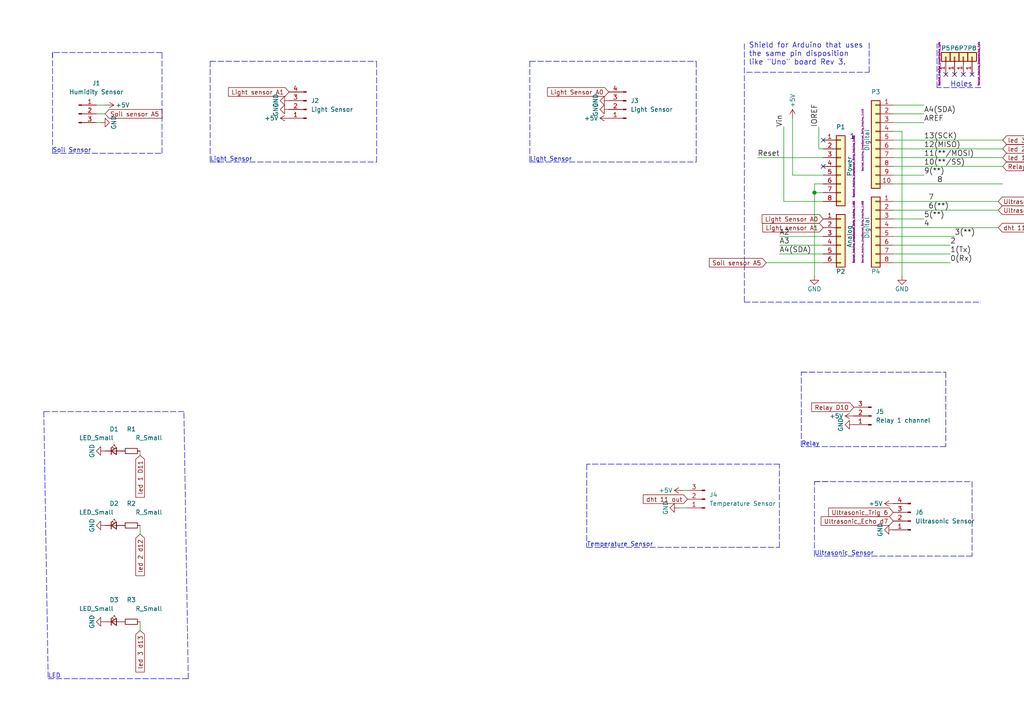
<source format=kicad_sch>
(kicad_sch (version 20211123) (generator eeschema)

  (uuid 822e7a89-91a1-41ae-9aab-7891ab33177d)

  (paper "A4")

  (title_block
    (date "lun. 30 mars 2015")
  )

  (lib_symbols
    (symbol "Connector:Conn_01x03_Male" (pin_names (offset 1.016) hide) (in_bom yes) (on_board yes)
      (property "Reference" "J" (id 0) (at 0 5.08 0)
        (effects (font (size 1.27 1.27)))
      )
      (property "Value" "Conn_01x03_Male" (id 1) (at 0 -5.08 0)
        (effects (font (size 1.27 1.27)))
      )
      (property "Footprint" "" (id 2) (at 0 0 0)
        (effects (font (size 1.27 1.27)) hide)
      )
      (property "Datasheet" "~" (id 3) (at 0 0 0)
        (effects (font (size 1.27 1.27)) hide)
      )
      (property "ki_keywords" "connector" (id 4) (at 0 0 0)
        (effects (font (size 1.27 1.27)) hide)
      )
      (property "ki_description" "Generic connector, single row, 01x03, script generated (kicad-library-utils/schlib/autogen/connector/)" (id 5) (at 0 0 0)
        (effects (font (size 1.27 1.27)) hide)
      )
      (property "ki_fp_filters" "Connector*:*_1x??_*" (id 6) (at 0 0 0)
        (effects (font (size 1.27 1.27)) hide)
      )
      (symbol "Conn_01x03_Male_1_1"
        (polyline
          (pts
            (xy 1.27 -2.54)
            (xy 0.8636 -2.54)
          )
          (stroke (width 0.1524) (type default) (color 0 0 0 0))
          (fill (type none))
        )
        (polyline
          (pts
            (xy 1.27 0)
            (xy 0.8636 0)
          )
          (stroke (width 0.1524) (type default) (color 0 0 0 0))
          (fill (type none))
        )
        (polyline
          (pts
            (xy 1.27 2.54)
            (xy 0.8636 2.54)
          )
          (stroke (width 0.1524) (type default) (color 0 0 0 0))
          (fill (type none))
        )
        (rectangle (start 0.8636 -2.413) (end 0 -2.667)
          (stroke (width 0.1524) (type default) (color 0 0 0 0))
          (fill (type outline))
        )
        (rectangle (start 0.8636 0.127) (end 0 -0.127)
          (stroke (width 0.1524) (type default) (color 0 0 0 0))
          (fill (type outline))
        )
        (rectangle (start 0.8636 2.667) (end 0 2.413)
          (stroke (width 0.1524) (type default) (color 0 0 0 0))
          (fill (type outline))
        )
        (pin passive line (at 5.08 2.54 180) (length 3.81)
          (name "Pin_1" (effects (font (size 1.27 1.27))))
          (number "1" (effects (font (size 1.27 1.27))))
        )
        (pin passive line (at 5.08 0 180) (length 3.81)
          (name "Pin_2" (effects (font (size 1.27 1.27))))
          (number "2" (effects (font (size 1.27 1.27))))
        )
        (pin passive line (at 5.08 -2.54 180) (length 3.81)
          (name "Pin_3" (effects (font (size 1.27 1.27))))
          (number "3" (effects (font (size 1.27 1.27))))
        )
      )
    )
    (symbol "Connector:Conn_01x04_Male" (pin_names (offset 1.016) hide) (in_bom yes) (on_board yes)
      (property "Reference" "J" (id 0) (at 0 5.08 0)
        (effects (font (size 1.27 1.27)))
      )
      (property "Value" "Conn_01x04_Male" (id 1) (at 0 -7.62 0)
        (effects (font (size 1.27 1.27)))
      )
      (property "Footprint" "" (id 2) (at 0 0 0)
        (effects (font (size 1.27 1.27)) hide)
      )
      (property "Datasheet" "~" (id 3) (at 0 0 0)
        (effects (font (size 1.27 1.27)) hide)
      )
      (property "ki_keywords" "connector" (id 4) (at 0 0 0)
        (effects (font (size 1.27 1.27)) hide)
      )
      (property "ki_description" "Generic connector, single row, 01x04, script generated (kicad-library-utils/schlib/autogen/connector/)" (id 5) (at 0 0 0)
        (effects (font (size 1.27 1.27)) hide)
      )
      (property "ki_fp_filters" "Connector*:*_1x??_*" (id 6) (at 0 0 0)
        (effects (font (size 1.27 1.27)) hide)
      )
      (symbol "Conn_01x04_Male_1_1"
        (polyline
          (pts
            (xy 1.27 -5.08)
            (xy 0.8636 -5.08)
          )
          (stroke (width 0.1524) (type default) (color 0 0 0 0))
          (fill (type none))
        )
        (polyline
          (pts
            (xy 1.27 -2.54)
            (xy 0.8636 -2.54)
          )
          (stroke (width 0.1524) (type default) (color 0 0 0 0))
          (fill (type none))
        )
        (polyline
          (pts
            (xy 1.27 0)
            (xy 0.8636 0)
          )
          (stroke (width 0.1524) (type default) (color 0 0 0 0))
          (fill (type none))
        )
        (polyline
          (pts
            (xy 1.27 2.54)
            (xy 0.8636 2.54)
          )
          (stroke (width 0.1524) (type default) (color 0 0 0 0))
          (fill (type none))
        )
        (rectangle (start 0.8636 -4.953) (end 0 -5.207)
          (stroke (width 0.1524) (type default) (color 0 0 0 0))
          (fill (type outline))
        )
        (rectangle (start 0.8636 -2.413) (end 0 -2.667)
          (stroke (width 0.1524) (type default) (color 0 0 0 0))
          (fill (type outline))
        )
        (rectangle (start 0.8636 0.127) (end 0 -0.127)
          (stroke (width 0.1524) (type default) (color 0 0 0 0))
          (fill (type outline))
        )
        (rectangle (start 0.8636 2.667) (end 0 2.413)
          (stroke (width 0.1524) (type default) (color 0 0 0 0))
          (fill (type outline))
        )
        (pin passive line (at 5.08 2.54 180) (length 3.81)
          (name "Pin_1" (effects (font (size 1.27 1.27))))
          (number "1" (effects (font (size 1.27 1.27))))
        )
        (pin passive line (at 5.08 0 180) (length 3.81)
          (name "Pin_2" (effects (font (size 1.27 1.27))))
          (number "2" (effects (font (size 1.27 1.27))))
        )
        (pin passive line (at 5.08 -2.54 180) (length 3.81)
          (name "Pin_3" (effects (font (size 1.27 1.27))))
          (number "3" (effects (font (size 1.27 1.27))))
        )
        (pin passive line (at 5.08 -5.08 180) (length 3.81)
          (name "Pin_4" (effects (font (size 1.27 1.27))))
          (number "4" (effects (font (size 1.27 1.27))))
        )
      )
    )
    (symbol "Connector_Generic:Conn_01x01" (pin_names (offset 1.016) hide) (in_bom yes) (on_board yes)
      (property "Reference" "J" (id 0) (at 0 2.54 0)
        (effects (font (size 1.27 1.27)))
      )
      (property "Value" "Conn_01x01" (id 1) (at 0 -2.54 0)
        (effects (font (size 1.27 1.27)))
      )
      (property "Footprint" "" (id 2) (at 0 0 0)
        (effects (font (size 1.27 1.27)) hide)
      )
      (property "Datasheet" "~" (id 3) (at 0 0 0)
        (effects (font (size 1.27 1.27)) hide)
      )
      (property "ki_keywords" "connector" (id 4) (at 0 0 0)
        (effects (font (size 1.27 1.27)) hide)
      )
      (property "ki_description" "Generic connector, single row, 01x01, script generated (kicad-library-utils/schlib/autogen/connector/)" (id 5) (at 0 0 0)
        (effects (font (size 1.27 1.27)) hide)
      )
      (property "ki_fp_filters" "Connector*:*_1x??_*" (id 6) (at 0 0 0)
        (effects (font (size 1.27 1.27)) hide)
      )
      (symbol "Conn_01x01_1_1"
        (rectangle (start -1.27 0.127) (end 0 -0.127)
          (stroke (width 0.1524) (type default) (color 0 0 0 0))
          (fill (type none))
        )
        (rectangle (start -1.27 1.27) (end 1.27 -1.27)
          (stroke (width 0.254) (type default) (color 0 0 0 0))
          (fill (type background))
        )
        (pin passive line (at -5.08 0 0) (length 3.81)
          (name "Pin_1" (effects (font (size 1.27 1.27))))
          (number "1" (effects (font (size 1.27 1.27))))
        )
      )
    )
    (symbol "Connector_Generic:Conn_01x06" (pin_names (offset 1.016) hide) (in_bom yes) (on_board yes)
      (property "Reference" "J" (id 0) (at 0 7.62 0)
        (effects (font (size 1.27 1.27)))
      )
      (property "Value" "Conn_01x06" (id 1) (at 0 -10.16 0)
        (effects (font (size 1.27 1.27)))
      )
      (property "Footprint" "" (id 2) (at 0 0 0)
        (effects (font (size 1.27 1.27)) hide)
      )
      (property "Datasheet" "~" (id 3) (at 0 0 0)
        (effects (font (size 1.27 1.27)) hide)
      )
      (property "ki_keywords" "connector" (id 4) (at 0 0 0)
        (effects (font (size 1.27 1.27)) hide)
      )
      (property "ki_description" "Generic connector, single row, 01x06, script generated (kicad-library-utils/schlib/autogen/connector/)" (id 5) (at 0 0 0)
        (effects (font (size 1.27 1.27)) hide)
      )
      (property "ki_fp_filters" "Connector*:*_1x??_*" (id 6) (at 0 0 0)
        (effects (font (size 1.27 1.27)) hide)
      )
      (symbol "Conn_01x06_1_1"
        (rectangle (start -1.27 -7.493) (end 0 -7.747)
          (stroke (width 0.1524) (type default) (color 0 0 0 0))
          (fill (type none))
        )
        (rectangle (start -1.27 -4.953) (end 0 -5.207)
          (stroke (width 0.1524) (type default) (color 0 0 0 0))
          (fill (type none))
        )
        (rectangle (start -1.27 -2.413) (end 0 -2.667)
          (stroke (width 0.1524) (type default) (color 0 0 0 0))
          (fill (type none))
        )
        (rectangle (start -1.27 0.127) (end 0 -0.127)
          (stroke (width 0.1524) (type default) (color 0 0 0 0))
          (fill (type none))
        )
        (rectangle (start -1.27 2.667) (end 0 2.413)
          (stroke (width 0.1524) (type default) (color 0 0 0 0))
          (fill (type none))
        )
        (rectangle (start -1.27 5.207) (end 0 4.953)
          (stroke (width 0.1524) (type default) (color 0 0 0 0))
          (fill (type none))
        )
        (rectangle (start -1.27 6.35) (end 1.27 -8.89)
          (stroke (width 0.254) (type default) (color 0 0 0 0))
          (fill (type background))
        )
        (pin passive line (at -5.08 5.08 0) (length 3.81)
          (name "Pin_1" (effects (font (size 1.27 1.27))))
          (number "1" (effects (font (size 1.27 1.27))))
        )
        (pin passive line (at -5.08 2.54 0) (length 3.81)
          (name "Pin_2" (effects (font (size 1.27 1.27))))
          (number "2" (effects (font (size 1.27 1.27))))
        )
        (pin passive line (at -5.08 0 0) (length 3.81)
          (name "Pin_3" (effects (font (size 1.27 1.27))))
          (number "3" (effects (font (size 1.27 1.27))))
        )
        (pin passive line (at -5.08 -2.54 0) (length 3.81)
          (name "Pin_4" (effects (font (size 1.27 1.27))))
          (number "4" (effects (font (size 1.27 1.27))))
        )
        (pin passive line (at -5.08 -5.08 0) (length 3.81)
          (name "Pin_5" (effects (font (size 1.27 1.27))))
          (number "5" (effects (font (size 1.27 1.27))))
        )
        (pin passive line (at -5.08 -7.62 0) (length 3.81)
          (name "Pin_6" (effects (font (size 1.27 1.27))))
          (number "6" (effects (font (size 1.27 1.27))))
        )
      )
    )
    (symbol "Connector_Generic:Conn_01x08" (pin_names (offset 1.016) hide) (in_bom yes) (on_board yes)
      (property "Reference" "J" (id 0) (at 0 10.16 0)
        (effects (font (size 1.27 1.27)))
      )
      (property "Value" "Conn_01x08" (id 1) (at 0 -12.7 0)
        (effects (font (size 1.27 1.27)))
      )
      (property "Footprint" "" (id 2) (at 0 0 0)
        (effects (font (size 1.27 1.27)) hide)
      )
      (property "Datasheet" "~" (id 3) (at 0 0 0)
        (effects (font (size 1.27 1.27)) hide)
      )
      (property "ki_keywords" "connector" (id 4) (at 0 0 0)
        (effects (font (size 1.27 1.27)) hide)
      )
      (property "ki_description" "Generic connector, single row, 01x08, script generated (kicad-library-utils/schlib/autogen/connector/)" (id 5) (at 0 0 0)
        (effects (font (size 1.27 1.27)) hide)
      )
      (property "ki_fp_filters" "Connector*:*_1x??_*" (id 6) (at 0 0 0)
        (effects (font (size 1.27 1.27)) hide)
      )
      (symbol "Conn_01x08_1_1"
        (rectangle (start -1.27 -10.033) (end 0 -10.287)
          (stroke (width 0.1524) (type default) (color 0 0 0 0))
          (fill (type none))
        )
        (rectangle (start -1.27 -7.493) (end 0 -7.747)
          (stroke (width 0.1524) (type default) (color 0 0 0 0))
          (fill (type none))
        )
        (rectangle (start -1.27 -4.953) (end 0 -5.207)
          (stroke (width 0.1524) (type default) (color 0 0 0 0))
          (fill (type none))
        )
        (rectangle (start -1.27 -2.413) (end 0 -2.667)
          (stroke (width 0.1524) (type default) (color 0 0 0 0))
          (fill (type none))
        )
        (rectangle (start -1.27 0.127) (end 0 -0.127)
          (stroke (width 0.1524) (type default) (color 0 0 0 0))
          (fill (type none))
        )
        (rectangle (start -1.27 2.667) (end 0 2.413)
          (stroke (width 0.1524) (type default) (color 0 0 0 0))
          (fill (type none))
        )
        (rectangle (start -1.27 5.207) (end 0 4.953)
          (stroke (width 0.1524) (type default) (color 0 0 0 0))
          (fill (type none))
        )
        (rectangle (start -1.27 7.747) (end 0 7.493)
          (stroke (width 0.1524) (type default) (color 0 0 0 0))
          (fill (type none))
        )
        (rectangle (start -1.27 8.89) (end 1.27 -11.43)
          (stroke (width 0.254) (type default) (color 0 0 0 0))
          (fill (type background))
        )
        (pin passive line (at -5.08 7.62 0) (length 3.81)
          (name "Pin_1" (effects (font (size 1.27 1.27))))
          (number "1" (effects (font (size 1.27 1.27))))
        )
        (pin passive line (at -5.08 5.08 0) (length 3.81)
          (name "Pin_2" (effects (font (size 1.27 1.27))))
          (number "2" (effects (font (size 1.27 1.27))))
        )
        (pin passive line (at -5.08 2.54 0) (length 3.81)
          (name "Pin_3" (effects (font (size 1.27 1.27))))
          (number "3" (effects (font (size 1.27 1.27))))
        )
        (pin passive line (at -5.08 0 0) (length 3.81)
          (name "Pin_4" (effects (font (size 1.27 1.27))))
          (number "4" (effects (font (size 1.27 1.27))))
        )
        (pin passive line (at -5.08 -2.54 0) (length 3.81)
          (name "Pin_5" (effects (font (size 1.27 1.27))))
          (number "5" (effects (font (size 1.27 1.27))))
        )
        (pin passive line (at -5.08 -5.08 0) (length 3.81)
          (name "Pin_6" (effects (font (size 1.27 1.27))))
          (number "6" (effects (font (size 1.27 1.27))))
        )
        (pin passive line (at -5.08 -7.62 0) (length 3.81)
          (name "Pin_7" (effects (font (size 1.27 1.27))))
          (number "7" (effects (font (size 1.27 1.27))))
        )
        (pin passive line (at -5.08 -10.16 0) (length 3.81)
          (name "Pin_8" (effects (font (size 1.27 1.27))))
          (number "8" (effects (font (size 1.27 1.27))))
        )
      )
    )
    (symbol "Connector_Generic:Conn_01x10" (pin_names (offset 1.016) hide) (in_bom yes) (on_board yes)
      (property "Reference" "J" (id 0) (at 0 12.7 0)
        (effects (font (size 1.27 1.27)))
      )
      (property "Value" "Conn_01x10" (id 1) (at 0 -15.24 0)
        (effects (font (size 1.27 1.27)))
      )
      (property "Footprint" "" (id 2) (at 0 0 0)
        (effects (font (size 1.27 1.27)) hide)
      )
      (property "Datasheet" "~" (id 3) (at 0 0 0)
        (effects (font (size 1.27 1.27)) hide)
      )
      (property "ki_keywords" "connector" (id 4) (at 0 0 0)
        (effects (font (size 1.27 1.27)) hide)
      )
      (property "ki_description" "Generic connector, single row, 01x10, script generated (kicad-library-utils/schlib/autogen/connector/)" (id 5) (at 0 0 0)
        (effects (font (size 1.27 1.27)) hide)
      )
      (property "ki_fp_filters" "Connector*:*_1x??_*" (id 6) (at 0 0 0)
        (effects (font (size 1.27 1.27)) hide)
      )
      (symbol "Conn_01x10_1_1"
        (rectangle (start -1.27 -12.573) (end 0 -12.827)
          (stroke (width 0.1524) (type default) (color 0 0 0 0))
          (fill (type none))
        )
        (rectangle (start -1.27 -10.033) (end 0 -10.287)
          (stroke (width 0.1524) (type default) (color 0 0 0 0))
          (fill (type none))
        )
        (rectangle (start -1.27 -7.493) (end 0 -7.747)
          (stroke (width 0.1524) (type default) (color 0 0 0 0))
          (fill (type none))
        )
        (rectangle (start -1.27 -4.953) (end 0 -5.207)
          (stroke (width 0.1524) (type default) (color 0 0 0 0))
          (fill (type none))
        )
        (rectangle (start -1.27 -2.413) (end 0 -2.667)
          (stroke (width 0.1524) (type default) (color 0 0 0 0))
          (fill (type none))
        )
        (rectangle (start -1.27 0.127) (end 0 -0.127)
          (stroke (width 0.1524) (type default) (color 0 0 0 0))
          (fill (type none))
        )
        (rectangle (start -1.27 2.667) (end 0 2.413)
          (stroke (width 0.1524) (type default) (color 0 0 0 0))
          (fill (type none))
        )
        (rectangle (start -1.27 5.207) (end 0 4.953)
          (stroke (width 0.1524) (type default) (color 0 0 0 0))
          (fill (type none))
        )
        (rectangle (start -1.27 7.747) (end 0 7.493)
          (stroke (width 0.1524) (type default) (color 0 0 0 0))
          (fill (type none))
        )
        (rectangle (start -1.27 10.287) (end 0 10.033)
          (stroke (width 0.1524) (type default) (color 0 0 0 0))
          (fill (type none))
        )
        (rectangle (start -1.27 11.43) (end 1.27 -13.97)
          (stroke (width 0.254) (type default) (color 0 0 0 0))
          (fill (type background))
        )
        (pin passive line (at -5.08 10.16 0) (length 3.81)
          (name "Pin_1" (effects (font (size 1.27 1.27))))
          (number "1" (effects (font (size 1.27 1.27))))
        )
        (pin passive line (at -5.08 -12.7 0) (length 3.81)
          (name "Pin_10" (effects (font (size 1.27 1.27))))
          (number "10" (effects (font (size 1.27 1.27))))
        )
        (pin passive line (at -5.08 7.62 0) (length 3.81)
          (name "Pin_2" (effects (font (size 1.27 1.27))))
          (number "2" (effects (font (size 1.27 1.27))))
        )
        (pin passive line (at -5.08 5.08 0) (length 3.81)
          (name "Pin_3" (effects (font (size 1.27 1.27))))
          (number "3" (effects (font (size 1.27 1.27))))
        )
        (pin passive line (at -5.08 2.54 0) (length 3.81)
          (name "Pin_4" (effects (font (size 1.27 1.27))))
          (number "4" (effects (font (size 1.27 1.27))))
        )
        (pin passive line (at -5.08 0 0) (length 3.81)
          (name "Pin_5" (effects (font (size 1.27 1.27))))
          (number "5" (effects (font (size 1.27 1.27))))
        )
        (pin passive line (at -5.08 -2.54 0) (length 3.81)
          (name "Pin_6" (effects (font (size 1.27 1.27))))
          (number "6" (effects (font (size 1.27 1.27))))
        )
        (pin passive line (at -5.08 -5.08 0) (length 3.81)
          (name "Pin_7" (effects (font (size 1.27 1.27))))
          (number "7" (effects (font (size 1.27 1.27))))
        )
        (pin passive line (at -5.08 -7.62 0) (length 3.81)
          (name "Pin_8" (effects (font (size 1.27 1.27))))
          (number "8" (effects (font (size 1.27 1.27))))
        )
        (pin passive line (at -5.08 -10.16 0) (length 3.81)
          (name "Pin_9" (effects (font (size 1.27 1.27))))
          (number "9" (effects (font (size 1.27 1.27))))
        )
      )
    )
    (symbol "Device:LED_Small" (pin_numbers hide) (pin_names (offset 0.254) hide) (in_bom yes) (on_board yes)
      (property "Reference" "D" (id 0) (at -1.27 3.175 0)
        (effects (font (size 1.27 1.27)) (justify left))
      )
      (property "Value" "LED_Small" (id 1) (at -4.445 -2.54 0)
        (effects (font (size 1.27 1.27)) (justify left))
      )
      (property "Footprint" "" (id 2) (at 0 0 90)
        (effects (font (size 1.27 1.27)) hide)
      )
      (property "Datasheet" "~" (id 3) (at 0 0 90)
        (effects (font (size 1.27 1.27)) hide)
      )
      (property "ki_keywords" "LED diode light-emitting-diode" (id 4) (at 0 0 0)
        (effects (font (size 1.27 1.27)) hide)
      )
      (property "ki_description" "Light emitting diode, small symbol" (id 5) (at 0 0 0)
        (effects (font (size 1.27 1.27)) hide)
      )
      (property "ki_fp_filters" "LED* LED_SMD:* LED_THT:*" (id 6) (at 0 0 0)
        (effects (font (size 1.27 1.27)) hide)
      )
      (symbol "LED_Small_0_1"
        (polyline
          (pts
            (xy -0.762 -1.016)
            (xy -0.762 1.016)
          )
          (stroke (width 0.254) (type default) (color 0 0 0 0))
          (fill (type none))
        )
        (polyline
          (pts
            (xy 1.016 0)
            (xy -0.762 0)
          )
          (stroke (width 0) (type default) (color 0 0 0 0))
          (fill (type none))
        )
        (polyline
          (pts
            (xy 0.762 -1.016)
            (xy -0.762 0)
            (xy 0.762 1.016)
            (xy 0.762 -1.016)
          )
          (stroke (width 0.254) (type default) (color 0 0 0 0))
          (fill (type none))
        )
        (polyline
          (pts
            (xy 0 0.762)
            (xy -0.508 1.27)
            (xy -0.254 1.27)
            (xy -0.508 1.27)
            (xy -0.508 1.016)
          )
          (stroke (width 0) (type default) (color 0 0 0 0))
          (fill (type none))
        )
        (polyline
          (pts
            (xy 0.508 1.27)
            (xy 0 1.778)
            (xy 0.254 1.778)
            (xy 0 1.778)
            (xy 0 1.524)
          )
          (stroke (width 0) (type default) (color 0 0 0 0))
          (fill (type none))
        )
      )
      (symbol "LED_Small_1_1"
        (pin passive line (at -2.54 0 0) (length 1.778)
          (name "K" (effects (font (size 1.27 1.27))))
          (number "1" (effects (font (size 1.27 1.27))))
        )
        (pin passive line (at 2.54 0 180) (length 1.778)
          (name "A" (effects (font (size 1.27 1.27))))
          (number "2" (effects (font (size 1.27 1.27))))
        )
      )
    )
    (symbol "Device:R_Small" (pin_numbers hide) (pin_names (offset 0.254) hide) (in_bom yes) (on_board yes)
      (property "Reference" "R" (id 0) (at 0.762 0.508 0)
        (effects (font (size 1.27 1.27)) (justify left))
      )
      (property "Value" "R_Small" (id 1) (at 0.762 -1.016 0)
        (effects (font (size 1.27 1.27)) (justify left))
      )
      (property "Footprint" "" (id 2) (at 0 0 0)
        (effects (font (size 1.27 1.27)) hide)
      )
      (property "Datasheet" "~" (id 3) (at 0 0 0)
        (effects (font (size 1.27 1.27)) hide)
      )
      (property "ki_keywords" "R resistor" (id 4) (at 0 0 0)
        (effects (font (size 1.27 1.27)) hide)
      )
      (property "ki_description" "Resistor, small symbol" (id 5) (at 0 0 0)
        (effects (font (size 1.27 1.27)) hide)
      )
      (property "ki_fp_filters" "R_*" (id 6) (at 0 0 0)
        (effects (font (size 1.27 1.27)) hide)
      )
      (symbol "R_Small_0_1"
        (rectangle (start -0.762 1.778) (end 0.762 -1.778)
          (stroke (width 0.2032) (type default) (color 0 0 0 0))
          (fill (type none))
        )
      )
      (symbol "R_Small_1_1"
        (pin passive line (at 0 2.54 270) (length 0.762)
          (name "~" (effects (font (size 1.27 1.27))))
          (number "1" (effects (font (size 1.27 1.27))))
        )
        (pin passive line (at 0 -2.54 90) (length 0.762)
          (name "~" (effects (font (size 1.27 1.27))))
          (number "2" (effects (font (size 1.27 1.27))))
        )
      )
    )
    (symbol "power:+5V" (power) (pin_names (offset 0)) (in_bom yes) (on_board yes)
      (property "Reference" "#PWR" (id 0) (at 0 -3.81 0)
        (effects (font (size 1.27 1.27)) hide)
      )
      (property "Value" "+5V" (id 1) (at 0 3.556 0)
        (effects (font (size 1.27 1.27)))
      )
      (property "Footprint" "" (id 2) (at 0 0 0)
        (effects (font (size 1.27 1.27)) hide)
      )
      (property "Datasheet" "" (id 3) (at 0 0 0)
        (effects (font (size 1.27 1.27)) hide)
      )
      (property "ki_keywords" "power-flag" (id 4) (at 0 0 0)
        (effects (font (size 1.27 1.27)) hide)
      )
      (property "ki_description" "Power symbol creates a global label with name \"+5V\"" (id 5) (at 0 0 0)
        (effects (font (size 1.27 1.27)) hide)
      )
      (symbol "+5V_0_1"
        (polyline
          (pts
            (xy -0.762 1.27)
            (xy 0 2.54)
          )
          (stroke (width 0) (type default) (color 0 0 0 0))
          (fill (type none))
        )
        (polyline
          (pts
            (xy 0 0)
            (xy 0 2.54)
          )
          (stroke (width 0) (type default) (color 0 0 0 0))
          (fill (type none))
        )
        (polyline
          (pts
            (xy 0 2.54)
            (xy 0.762 1.27)
          )
          (stroke (width 0) (type default) (color 0 0 0 0))
          (fill (type none))
        )
      )
      (symbol "+5V_1_1"
        (pin power_in line (at 0 0 90) (length 0) hide
          (name "+5V" (effects (font (size 1.27 1.27))))
          (number "1" (effects (font (size 1.27 1.27))))
        )
      )
    )
    (symbol "power:GND" (power) (pin_names (offset 0)) (in_bom yes) (on_board yes)
      (property "Reference" "#PWR" (id 0) (at 0 -6.35 0)
        (effects (font (size 1.27 1.27)) hide)
      )
      (property "Value" "GND" (id 1) (at 0 -3.81 0)
        (effects (font (size 1.27 1.27)))
      )
      (property "Footprint" "" (id 2) (at 0 0 0)
        (effects (font (size 1.27 1.27)) hide)
      )
      (property "Datasheet" "" (id 3) (at 0 0 0)
        (effects (font (size 1.27 1.27)) hide)
      )
      (property "ki_keywords" "power-flag" (id 4) (at 0 0 0)
        (effects (font (size 1.27 1.27)) hide)
      )
      (property "ki_description" "Power symbol creates a global label with name \"GND\" , ground" (id 5) (at 0 0 0)
        (effects (font (size 1.27 1.27)) hide)
      )
      (symbol "GND_0_1"
        (polyline
          (pts
            (xy 0 0)
            (xy 0 -1.27)
            (xy 1.27 -1.27)
            (xy 0 -2.54)
            (xy -1.27 -1.27)
            (xy 0 -1.27)
          )
          (stroke (width 0) (type default) (color 0 0 0 0))
          (fill (type none))
        )
      )
      (symbol "GND_1_1"
        (pin power_in line (at 0 0 270) (length 0) hide
          (name "GND" (effects (font (size 1.27 1.27))))
          (number "1" (effects (font (size 1.27 1.27))))
        )
      )
    )
  )

  (junction (at 236.22 55.88) (diameter 1.016) (color 0 0 0 0)
    (uuid 2f404bf9-62cd-45ea-ae84-fd8372ce2be5)
  )

  (no_connect (at 279.4 21.59) (uuid 1e6b0158-998f-479f-b5f3-a9a5c4344aa5))
  (no_connect (at 274.32 21.59) (uuid 21366241-88bb-42b5-950a-a4754adb3a1f))
  (no_connect (at 238.76 48.26) (uuid 65f7d102-c21b-4a1f-9d0d-1385a10be56d))
  (no_connect (at 276.86 21.59) (uuid 758fd30e-3356-4227-a550-77c711885a43))
  (no_connect (at 281.94 21.59) (uuid 8f403774-7818-41c9-9d2d-6d850f8c47f7))
  (no_connect (at 238.76 40.64) (uuid 9f0cde0b-9c6a-4eb9-a729-bc8288f3f315))

  (wire (pts (xy 238.76 71.12) (xy 226.06 71.12))
    (stroke (width 0) (type solid) (color 0 0 0 0))
    (uuid 0aedcc2d-5c81-44ad-9067-9f2bc34b25ff)
  )
  (polyline (pts (xy 60.96 46.99) (xy 109.22 46.99))
    (stroke (width 0) (type default) (color 0 0 0 0))
    (uuid 0d37fefb-d85e-4182-af2d-420977b35863)
  )
  (polyline (pts (xy 13.97 196.85) (xy 54.61 196.85))
    (stroke (width 0) (type default) (color 0 0 0 0))
    (uuid 0f491066-0852-407e-adef-bea89e76bbba)
  )
  (polyline (pts (xy 54.61 196.85) (xy 53.34 119.38))
    (stroke (width 0) (type default) (color 0 0 0 0))
    (uuid 101f6578-247f-4093-bc53-d6054b6995aa)
  )
  (polyline (pts (xy 252.095 20.955) (xy 252.095 12.065))
    (stroke (width 0) (type dash) (color 0 0 0 0))
    (uuid 11c8e397-534c-4ca9-a2ff-2df4cd3a92c0)
  )

  (wire (pts (xy 259.08 63.5) (xy 267.97 63.5))
    (stroke (width 0) (type solid) (color 0 0 0 0))
    (uuid 18ca34c7-1950-4d5c-9bbf-8aa0a2b56d25)
  )
  (polyline (pts (xy 232.41 129.54) (xy 232.41 107.95))
    (stroke (width 0) (type default) (color 0 0 0 0))
    (uuid 2216b574-d6ea-49c4-a2c6-16a340f5182b)
  )

  (wire (pts (xy 259.08 76.2) (xy 275.59 76.2))
    (stroke (width 0) (type default) (color 0 0 0 0))
    (uuid 25dfe1e0-7d85-4d92-98d4-d2a85eb8cf35)
  )
  (wire (pts (xy 30.48 33.02) (xy 27.94 33.02))
    (stroke (width 0) (type default) (color 0 0 0 0))
    (uuid 32881ea0-8336-4606-9811-d225d08e610d)
  )
  (wire (pts (xy 236.22 53.34) (xy 236.22 55.88))
    (stroke (width 0) (type solid) (color 0 0 0 0))
    (uuid 336c97b9-538f-4574-a297-e9441308128a)
  )
  (wire (pts (xy 259.08 43.18) (xy 290.83 43.18))
    (stroke (width 0) (type solid) (color 0 0 0 0))
    (uuid 3d0bcd1c-31fa-4001-872f-3afc2035ff3c)
  )
  (wire (pts (xy 261.62 38.1) (xy 261.62 80.01))
    (stroke (width 0) (type solid) (color 0 0 0 0))
    (uuid 3ea2cac2-ec24-4c1b-ba72-a41e73570c6e)
  )
  (wire (pts (xy 238.76 53.34) (xy 236.22 53.34))
    (stroke (width 0) (type solid) (color 0 0 0 0))
    (uuid 3f87af4b-1ede-4942-9ad3-8dc552d70c71)
  )
  (polyline (pts (xy 281.94 161.29) (xy 236.22 161.29))
    (stroke (width 0) (type default) (color 0 0 0 0))
    (uuid 4420d625-41e7-4463-b48e-e3550261ace9)
  )
  (polyline (pts (xy 226.06 134.62) (xy 170.18 134.62))
    (stroke (width 0) (type default) (color 0 0 0 0))
    (uuid 45e6405e-83c5-4b5f-9d4f-47a352a62a41)
  )
  (polyline (pts (xy 281.94 139.7) (xy 281.94 161.29))
    (stroke (width 0) (type default) (color 0 0 0 0))
    (uuid 4a96f2fb-97da-4d13-927f-256ee57afb5e)
  )

  (wire (pts (xy 196.85 147.32) (xy 199.39 147.32))
    (stroke (width 0) (type default) (color 0 0 0 0))
    (uuid 4c1a8801-85f3-4643-a784-2ae370322362)
  )
  (polyline (pts (xy 236.22 139.7) (xy 281.94 139.7))
    (stroke (width 0) (type default) (color 0 0 0 0))
    (uuid 4d2c6272-5112-4567-b0a8-eab95a04d133)
  )

  (wire (pts (xy 259.08 60.96) (xy 289.56 60.96))
    (stroke (width 0) (type default) (color 0 0 0 0))
    (uuid 4e5c0961-0b31-427e-9e5a-f9160baa06fc)
  )
  (wire (pts (xy 237.49 43.18) (xy 238.76 43.18))
    (stroke (width 0) (type solid) (color 0 0 0 0))
    (uuid 51361c11-8657-4912-9f76-0970acb41e8f)
  )
  (wire (pts (xy 238.76 50.8) (xy 229.87 50.8))
    (stroke (width 0) (type solid) (color 0 0 0 0))
    (uuid 522d977e-46c5-4026-81ac-3681544b1781)
  )
  (polyline (pts (xy 226.06 158.75) (xy 226.06 134.62))
    (stroke (width 0) (type default) (color 0 0 0 0))
    (uuid 55a7ecf6-f040-4957-817a-eacc3f6ac3bb)
  )
  (polyline (pts (xy 46.99 44.45) (xy 46.99 15.24))
    (stroke (width 0) (type default) (color 0 0 0 0))
    (uuid 5a6c16ca-0653-4fd9-b73f-417940322322)
  )
  (polyline (pts (xy 236.22 161.29) (xy 236.22 139.7))
    (stroke (width 0) (type default) (color 0 0 0 0))
    (uuid 5ee765e3-1679-4942-878f-ac1b818e229b)
  )

  (wire (pts (xy 259.08 40.64) (xy 290.83 40.64))
    (stroke (width 0) (type solid) (color 0 0 0 0))
    (uuid 5fbd8995-f7e4-4120-b746-a46c215926cb)
  )
  (wire (pts (xy 259.08 30.48) (xy 267.97 30.48))
    (stroke (width 0) (type solid) (color 0 0 0 0))
    (uuid 67fd595c-eaf3-4222-9ac5-2f907dce2865)
  )
  (wire (pts (xy 259.08 71.12) (xy 275.59 71.12))
    (stroke (width 0) (type solid) (color 0 0 0 0))
    (uuid 6f1162fd-5e62-4249-9fe6-d9d74bb2238f)
  )
  (wire (pts (xy 259.08 68.58) (xy 276.86 68.58))
    (stroke (width 0) (type default) (color 0 0 0 0))
    (uuid 70a5efe7-efbb-443f-8be6-ec5731f5cd00)
  )
  (wire (pts (xy 238.76 58.42) (xy 227.33 58.42))
    (stroke (width 0) (type solid) (color 0 0 0 0))
    (uuid 799381b9-f766-4dc2-9410-88bc6d44b8c7)
  )
  (wire (pts (xy 40.64 132.08) (xy 40.64 130.81))
    (stroke (width 0) (type default) (color 0 0 0 0))
    (uuid 79b64c70-1177-4b54-a8ff-86dcb440f7d9)
  )
  (polyline (pts (xy 236.22 139.7) (xy 240.03 139.7))
    (stroke (width 0) (type default) (color 0 0 0 0))
    (uuid 7e5f6982-c83f-4f2a-b042-c061e1f9432a)
  )
  (polyline (pts (xy 15.24 15.24) (xy 15.24 44.45))
    (stroke (width 0) (type default) (color 0 0 0 0))
    (uuid 84edbcc1-4202-449c-95c2-4433e89c5cb6)
  )
  (polyline (pts (xy 15.24 15.24) (xy 15.24 16.51))
    (stroke (width 0) (type default) (color 0 0 0 0))
    (uuid 89c51bf9-59ee-4c42-93c1-bc6449ef17a7)
  )

  (wire (pts (xy 259.08 45.72) (xy 290.83 45.72))
    (stroke (width 0) (type solid) (color 0 0 0 0))
    (uuid 93a46a5b-e345-4b82-8340-0803e9905811)
  )
  (wire (pts (xy 238.76 73.66) (xy 226.06 73.66))
    (stroke (width 0) (type solid) (color 0 0 0 0))
    (uuid 93c3ac5e-2cbb-49f8-9b4c-e82d1ab8f617)
  )
  (polyline (pts (xy 284.48 25.4) (xy 271.78 25.4))
    (stroke (width 0) (type dash) (color 0 0 0 0))
    (uuid 977c694c-cd71-4d93-a876-1a6191e5963d)
  )

  (wire (pts (xy 238.76 45.72) (xy 219.71 45.72))
    (stroke (width 0) (type solid) (color 0 0 0 0))
    (uuid 9c80893f-4ab6-4fdf-8442-6a88dbc62a75)
  )
  (wire (pts (xy 259.08 38.1) (xy 261.62 38.1))
    (stroke (width 0) (type solid) (color 0 0 0 0))
    (uuid 9d26c1f2-b2c5-491f-bb3a-7d9a20703eea)
  )
  (wire (pts (xy 238.76 55.88) (xy 236.22 55.88))
    (stroke (width 0) (type solid) (color 0 0 0 0))
    (uuid 9da48385-8906-4888-a389-711d831319c1)
  )
  (wire (pts (xy 259.08 50.8) (xy 267.97 50.8))
    (stroke (width 0) (type solid) (color 0 0 0 0))
    (uuid a0358e02-0bca-47aa-bfba-efc171891269)
  )
  (wire (pts (xy 259.08 58.42) (xy 289.56 58.42))
    (stroke (width 0) (type default) (color 0 0 0 0))
    (uuid a0be4a06-fec8-49ce-83c4-b5ed7fcee3aa)
  )
  (polyline (pts (xy 232.41 107.95) (xy 236.22 107.95))
    (stroke (width 0) (type default) (color 0 0 0 0))
    (uuid a27cc917-896a-4e2e-b1ba-c082823104c9)
  )
  (polyline (pts (xy 12.7 119.38) (xy 13.97 196.85))
    (stroke (width 0) (type default) (color 0 0 0 0))
    (uuid a3f06309-82b0-4efe-bbbd-44f074580344)
  )

  (wire (pts (xy 236.22 55.88) (xy 236.22 80.01))
    (stroke (width 0) (type solid) (color 0 0 0 0))
    (uuid aac12a67-e5ad-4de7-bc90-1434ebad5ea8)
  )
  (polyline (pts (xy 53.34 119.38) (xy 12.7 119.38))
    (stroke (width 0) (type default) (color 0 0 0 0))
    (uuid abab8a77-2779-4422-9086-89756391730a)
  )

  (wire (pts (xy 227.33 58.42) (xy 227.33 36.83))
    (stroke (width 0) (type solid) (color 0 0 0 0))
    (uuid adee68dc-1e74-40b3-ac64-7c67f961544b)
  )
  (polyline (pts (xy 215.9 87.63) (xy 284.48 87.63))
    (stroke (width 0) (type dash) (color 0 0 0 0))
    (uuid b50d58aa-02f3-4ebc-87e3-376f4733a9db)
  )
  (polyline (pts (xy 232.41 107.95) (xy 274.32 107.95))
    (stroke (width 0) (type default) (color 0 0 0 0))
    (uuid b80323a8-5bd9-42fb-b978-0acaf15d9f2a)
  )

  (wire (pts (xy 198.12 142.24) (xy 199.39 142.24))
    (stroke (width 0) (type default) (color 0 0 0 0))
    (uuid b80bff38-ef0b-4177-a430-392bb6d305a9)
  )
  (wire (pts (xy 222.25 76.2) (xy 238.76 76.2))
    (stroke (width 0) (type solid) (color 0 0 0 0))
    (uuid bba9d7ba-ffa9-41cf-90de-79135ba25de8)
  )
  (polyline (pts (xy 170.18 134.62) (xy 170.18 158.75))
    (stroke (width 0) (type default) (color 0 0 0 0))
    (uuid bf574a2e-42f7-4e43-8445-b2d58b119168)
  )
  (polyline (pts (xy 60.96 17.78) (xy 60.96 46.99))
    (stroke (width 0) (type default) (color 0 0 0 0))
    (uuid c0c2a978-3dc6-4526-8240-7f88e9d14ccc)
  )

  (wire (pts (xy 259.08 73.66) (xy 275.59 73.66))
    (stroke (width 0) (type solid) (color 0 0 0 0))
    (uuid c0d65e7e-04ca-45a5-b36e-c8e9c9bbe38d)
  )
  (polyline (pts (xy 271.78 25.4) (xy 271.78 12.7))
    (stroke (width 0) (type dash) (color 0 0 0 0))
    (uuid c14d1af0-e477-4693-89e5-3e78cf517338)
  )
  (polyline (pts (xy 153.67 17.78) (xy 201.93 17.78))
    (stroke (width 0) (type default) (color 0 0 0 0))
    (uuid c2ad0131-1528-4409-9424-8ae29fec75c9)
  )
  (polyline (pts (xy 274.32 129.54) (xy 232.41 129.54))
    (stroke (width 0) (type default) (color 0 0 0 0))
    (uuid c501447b-7366-464c-b413-01336f8c6da2)
  )

  (wire (pts (xy 30.48 30.48) (xy 27.94 30.48))
    (stroke (width 0) (type default) (color 0 0 0 0))
    (uuid c6330868-3010-46f5-914e-ce23d0a31746)
  )
  (wire (pts (xy 40.64 154.94) (xy 40.64 152.4))
    (stroke (width 0) (type default) (color 0 0 0 0))
    (uuid ca4a9cf9-8742-475a-a4ac-42132f1c8bdb)
  )
  (wire (pts (xy 229.87 50.8) (xy 229.87 34.29))
    (stroke (width 0) (type solid) (color 0 0 0 0))
    (uuid ccdfa0ff-73c8-475f-8a48-0f5b14ad76ae)
  )
  (wire (pts (xy 259.08 33.02) (xy 267.97 33.02))
    (stroke (width 0) (type solid) (color 0 0 0 0))
    (uuid d67c521c-9cb2-4435-9c00-71708c99724d)
  )
  (wire (pts (xy 259.08 66.04) (xy 289.56 66.04))
    (stroke (width 0) (type solid) (color 0 0 0 0))
    (uuid dad1c421-6f42-4db5-9124-828ce4659747)
  )
  (wire (pts (xy 259.08 35.56) (xy 267.97 35.56))
    (stroke (width 0) (type solid) (color 0 0 0 0))
    (uuid dd2017ad-be51-41f4-8cdb-568b23df2bc1)
  )
  (polyline (pts (xy 153.67 46.99) (xy 201.93 46.99))
    (stroke (width 0) (type default) (color 0 0 0 0))
    (uuid decbfa6c-0c81-4490-842e-80b167267a53)
  )
  (polyline (pts (xy 215.9 12.7) (xy 215.9 87.63))
    (stroke (width 0) (type dash) (color 0 0 0 0))
    (uuid e08f011f-6d5c-4779-bf73-96f9d4ee4fbb)
  )
  (polyline (pts (xy 201.93 46.99) (xy 201.93 17.78))
    (stroke (width 0) (type default) (color 0 0 0 0))
    (uuid e8328407-acf1-4d12-999e-3741a7d16fab)
  )

  (wire (pts (xy 237.49 36.83) (xy 237.49 43.18))
    (stroke (width 0) (type solid) (color 0 0 0 0))
    (uuid e8ba982e-5254-44e0-a0c3-289a23ee097b)
  )
  (wire (pts (xy 40.64 182.88) (xy 40.64 180.34))
    (stroke (width 0) (type default) (color 0 0 0 0))
    (uuid e9e00b34-f568-4365-8026-fbec8b12ba16)
  )
  (polyline (pts (xy 274.32 107.95) (xy 274.32 129.54))
    (stroke (width 0) (type default) (color 0 0 0 0))
    (uuid ea65db8e-7586-4770-89d4-acfaba7d948f)
  )
  (polyline (pts (xy 60.96 17.78) (xy 109.22 17.78))
    (stroke (width 0) (type default) (color 0 0 0 0))
    (uuid ec5d58f8-9a3d-49e3-9a7d-0a23073337d5)
  )

  (wire (pts (xy 27.94 35.56) (xy 29.21 35.56))
    (stroke (width 0) (type default) (color 0 0 0 0))
    (uuid ed94f444-cbd3-45cb-88f6-aba856098c22)
  )
  (polyline (pts (xy 15.24 44.45) (xy 46.99 44.45))
    (stroke (width 0) (type default) (color 0 0 0 0))
    (uuid ef72ead8-6e44-457e-84c0-c4a6eb87a1ea)
  )

  (wire (pts (xy 259.08 48.26) (xy 290.83 48.26))
    (stroke (width 0) (type solid) (color 0 0 0 0))
    (uuid f1690a73-b327-4e39-ad53-fe7399114671)
  )
  (polyline (pts (xy 170.18 158.75) (xy 226.06 158.75))
    (stroke (width 0) (type default) (color 0 0 0 0))
    (uuid f1de462a-6552-4469-8dfc-25578b20e57a)
  )

  (wire (pts (xy 259.08 53.34) (xy 290.83 53.34))
    (stroke (width 0) (type default) (color 0 0 0 0))
    (uuid f3b9a51c-d9f6-4e3f-b5fb-80a5e905c21e)
  )
  (polyline (pts (xy 109.22 46.99) (xy 109.22 17.78))
    (stroke (width 0) (type default) (color 0 0 0 0))
    (uuid f69b5c2c-5e04-4187-b6c8-628dfa5ce1d5)
  )
  (polyline (pts (xy 153.67 17.78) (xy 153.67 46.99))
    (stroke (width 0) (type default) (color 0 0 0 0))
    (uuid f9b9b697-8cd8-4457-9dc9-e82f9e553e90)
  )

  (wire (pts (xy 238.76 68.58) (xy 226.06 68.58))
    (stroke (width 0) (type solid) (color 0 0 0 0))
    (uuid fac3e5eb-bd63-42f3-b6c5-c46a704047f1)
  )
  (polyline (pts (xy 46.99 15.24) (xy 15.24 15.24))
    (stroke (width 0) (type default) (color 0 0 0 0))
    (uuid fe8e121c-596e-4a30-9e50-09044f605bba)
  )
  (polyline (pts (xy 216.535 20.955) (xy 252.095 20.955))
    (stroke (width 0) (type dash) (color 0 0 0 0))
    (uuid fe92d42b-16f1-48ba-93f2-b49be6cb4922)
  )

  (text "Light Sensor" (at 60.96 46.99 0)
    (effects (font (size 1.27 1.27)) (justify left bottom))
    (uuid 095b9ac2-d38e-40aa-b071-d30bd27d618b)
  )
  (text "Ultrasonic Sensor" (at 236.22 161.29 0)
    (effects (font (size 1.27 1.27)) (justify left bottom))
    (uuid 154ad3fe-3996-4d0b-ad0b-e2a74653eb40)
  )
  (text "Temperature Sensor" (at 170.18 158.75 0)
    (effects (font (size 1.27 1.27)) (justify left bottom))
    (uuid 2c377ff1-b3d4-48ff-b1be-966dd1cdea5b)
  )
  (text "Soil Sensor" (at 15.24 44.45 0)
    (effects (font (size 1.27 1.27)) (justify left bottom))
    (uuid 87dcbca2-f2d9-4f3d-b8f4-9e045671de4c)
  )
  (text "Holes" (at 275.59 25.4 0)
    (effects (font (size 1.524 1.524)) (justify left bottom))
    (uuid 89220290-cba7-40f6-a936-3cfbe958e446)
  )
  (text "Shield for Arduino that uses\nthe same pin disposition\nlike \"Uno\" board Rev 3."
    (at 217.17 19.05 0)
    (effects (font (size 1.524 1.524)) (justify left bottom))
    (uuid 9237f6ac-ba96-4e16-b270-c1c501af2d27)
  )
  (text "Relay" (at 232.41 129.54 0)
    (effects (font (size 1.27 1.27)) (justify left bottom))
    (uuid 9913ac34-525a-4647-868a-bef6a6871804)
  )
  (text "Light Sensor" (at 153.67 46.99 0)
    (effects (font (size 1.27 1.27)) (justify left bottom))
    (uuid a5070222-d0a8-4387-82bb-440852086ed5)
  )
  (text "LED" (at 13.97 196.85 0)
    (effects (font (size 1.27 1.27)) (justify left bottom))
    (uuid da893087-8e07-43ac-83d9-d1f9638cdda8)
  )
  (text "1" (at 246.38 40.64 0)
    (effects (font (size 1.524 1.524)) (justify left bottom))
    (uuid f8e31fde-ba43-4a98-8160-ddbeb6f808ac)
  )

  (label "Vin" (at 227.33 36.83 90)
    (effects (font (size 1.524 1.524)) (justify left bottom))
    (uuid 05f4b099-4383-4cfd-9cf0-638560410788)
  )
  (label "0(Rx)" (at 275.59 76.2 0)
    (effects (font (size 1.524 1.524)) (justify left bottom))
    (uuid 1d026952-7e84-42bb-9c7c-74028458afef)
  )
  (label "A4(SDA)" (at 226.06 73.66 0)
    (effects (font (size 1.524 1.524)) (justify left bottom))
    (uuid 1de9036a-73dc-4644-ab63-bbfac7a5d006)
  )
  (label "4" (at 267.97 66.04 0)
    (effects (font (size 1.524 1.524)) (justify left bottom))
    (uuid 4e62ddfa-872d-4669-9893-c394d5d30286)
  )
  (label "5(**)" (at 267.97 63.5 0)
    (effects (font (size 1.524 1.524)) (justify left bottom))
    (uuid 58e4f143-32a2-4b50-8886-58a371e64c57)
  )
  (label "A2" (at 226.06 68.58 0)
    (effects (font (size 1.524 1.524)) (justify left bottom))
    (uuid 5934145a-9b49-46d5-9474-30778cb7c5ac)
  )
  (label "10(**/SS)" (at 267.97 48.26 0)
    (effects (font (size 1.524 1.524)) (justify left bottom))
    (uuid 7d866e8a-dd26-4532-8069-254252c33d99)
  )
  (label "13(SCK)" (at 267.97 40.64 0)
    (effects (font (size 1.524 1.524)) (justify left bottom))
    (uuid 81850b05-6c97-4d9b-9c7f-82b5d07d8e25)
  )
  (label "7" (at 269.24 58.42 0)
    (effects (font (size 1.524 1.524)) (justify left bottom))
    (uuid a2ca0b0b-ab5e-4a92-b0f5-8d484396f633)
  )
  (label "A4(SDA)" (at 267.97 33.02 0)
    (effects (font (size 1.524 1.524)) (justify left bottom))
    (uuid a95f7fac-5ab8-49d2-b1a6-3dea6167f995)
  )
  (label "A3" (at 226.06 71.12 0)
    (effects (font (size 1.524 1.524)) (justify left bottom))
    (uuid b17752f3-7f70-4141-889d-99d511a15cb4)
  )
  (label "Reset" (at 219.71 45.72 0)
    (effects (font (size 1.524 1.524)) (justify left bottom))
    (uuid b3b367c9-29e2-4644-8366-2484b2acf398)
  )
  (label "2" (at 275.59 71.12 0)
    (effects (font (size 1.524 1.524)) (justify left bottom))
    (uuid b4f46a93-b7d2-4b21-8947-3678d08d1497)
  )
  (label "12(MISO)" (at 267.97 43.18 0)
    (effects (font (size 1.524 1.524)) (justify left bottom))
    (uuid b54848b1-e05b-408f-ab6d-12261d849c65)
  )
  (label "3(**)" (at 276.86 68.58 0)
    (effects (font (size 1.524 1.524)) (justify left bottom))
    (uuid b936571b-df83-4876-9bc8-c408a47d394a)
  )
  (label "9(**)" (at 267.97 50.8 0)
    (effects (font (size 1.524 1.524)) (justify left bottom))
    (uuid c1920ee1-0282-43f9-b7fc-d1b67be2a681)
  )
  (label "8" (at 271.78 53.34 0)
    (effects (font (size 1.524 1.524)) (justify left bottom))
    (uuid d002dde5-5025-443d-a2ed-c977de050ff6)
  )
  (label "IOREF" (at 237.49 36.83 90)
    (effects (font (size 1.524 1.524)) (justify left bottom))
    (uuid e69e3474-a689-43a9-b38d-ce9fd4626355)
  )
  (label "AREF" (at 267.97 35.56 0)
    (effects (font (size 1.524 1.524)) (justify left bottom))
    (uuid ed4cfbf5-4273-4f67-9c3f-5677666bfba2)
  )
  (label "11(**/MOSI)" (at 267.97 45.72 0)
    (effects (font (size 1.524 1.524)) (justify left bottom))
    (uuid faab8f88-5dfc-4834-8a4e-c13a7be2c6b1)
  )
  (label "1(Tx)" (at 275.59 73.66 0)
    (effects (font (size 1.524 1.524)) (justify left bottom))
    (uuid fc0aa6df-180f-4d47-bcb0-a37292fae6ca)
  )
  (label "6(**)" (at 269.24 60.96 0)
    (effects (font (size 1.524 1.524)) (justify left bottom))
    (uuid fc68035c-07ae-4e5c-adc6-b74de1cd88df)
  )

  (global_label "led 2 d12" (shape input) (at 40.64 154.94 270) (fields_autoplaced)
    (effects (font (size 1.27 1.27)) (justify right))
    (uuid 1714a2b4-90c4-4146-85a4-f28562aab885)
    (property "Intersheet References" "${INTERSHEET_REFS}" (id 0) (at 40.7194 167.1593 90)
      (effects (font (size 1.27 1.27)) (justify right) hide)
    )
  )
  (global_label "dht 11 out" (shape input) (at 199.39 144.78 180) (fields_autoplaced)
    (effects (font (size 1.27 1.27)) (justify right))
    (uuid 222a98e8-209e-4216-af61-366a02acc1e7)
    (property "Intersheet References" "${INTERSHEET_REFS}" (id 0) (at 186.575 144.7006 0)
      (effects (font (size 1.27 1.27)) (justify right) hide)
    )
  )
  (global_label "Light sensor A1" (shape input) (at 238.76 66.04 180) (fields_autoplaced)
    (effects (font (size 1.27 1.27)) (justify right))
    (uuid 2ac2f578-162e-4872-a848-b1a6c9ea99bc)
    (property "Intersheet References" "${INTERSHEET_REFS}" (id 0) (at 221.2279 65.9606 0)
      (effects (font (size 1.27 1.27)) (justify right) hide)
    )
  )
  (global_label "led 2 d12" (shape input) (at 290.83 43.18 0) (fields_autoplaced)
    (effects (font (size 1.27 1.27)) (justify left))
    (uuid 2e7c8ace-0c73-452b-8df1-c570fefa238c)
    (property "Intersheet References" "${INTERSHEET_REFS}" (id 0) (at 303.0493 43.1006 0)
      (effects (font (size 1.27 1.27)) (justify left) hide)
    )
  )
  (global_label "Light Sensor A0" (shape input) (at 238.76 63.5 180) (fields_autoplaced)
    (effects (font (size 1.27 1.27)) (justify right))
    (uuid 3a9262e3-d121-4bf6-9e40-b3b487fb377e)
    (property "Intersheet References" "${INTERSHEET_REFS}" (id 0) (at 221.0464 63.4206 0)
      (effects (font (size 1.27 1.27)) (justify right) hide)
    )
  )
  (global_label "Soil sensor A5" (shape input) (at 222.25 76.2 180) (fields_autoplaced)
    (effects (font (size 1.27 1.27)) (justify right))
    (uuid 42e866f2-a5ed-442f-95f3-3fc26f097211)
    (property "Intersheet References" "${INTERSHEET_REFS}" (id 0) (at 205.5554 76.2794 0)
      (effects (font (size 1.27 1.27)) (justify right) hide)
    )
  )
  (global_label "Ultrasonic_Trig 6" (shape input) (at 289.56 58.42 0) (fields_autoplaced)
    (effects (font (size 1.27 1.27)) (justify left))
    (uuid 599d028f-6050-416f-a2ac-ca283e14e05e)
    (property "Intersheet References" "${INTERSHEET_REFS}" (id 0) (at 308.4922 58.3406 0)
      (effects (font (size 1.27 1.27)) (justify left) hide)
    )
  )
  (global_label "led 3 d13" (shape input) (at 40.64 182.88 270) (fields_autoplaced)
    (effects (font (size 1.27 1.27)) (justify right))
    (uuid 5b1141d6-a2a2-4272-8adf-85a2ac55c183)
    (property "Intersheet References" "${INTERSHEET_REFS}" (id 0) (at 40.7194 195.0993 90)
      (effects (font (size 1.27 1.27)) (justify right) hide)
    )
  )
  (global_label "led 1 D11" (shape input) (at 40.64 132.08 270) (fields_autoplaced)
    (effects (font (size 1.27 1.27)) (justify right))
    (uuid 5c370f93-3d1f-4dd7-8405-2f8a064dac90)
    (property "Intersheet References" "${INTERSHEET_REFS}" (id 0) (at 40.7194 144.4203 90)
      (effects (font (size 1.27 1.27)) (justify right) hide)
    )
  )
  (global_label "Light sensor A1" (shape input) (at 83.82 26.67 180) (fields_autoplaced)
    (effects (font (size 1.27 1.27)) (justify right))
    (uuid 60b46be7-5291-4570-8959-37cd6a5c6b95)
    (property "Intersheet References" "${INTERSHEET_REFS}" (id 0) (at 66.2879 26.5906 0)
      (effects (font (size 1.27 1.27)) (justify right) hide)
    )
  )
  (global_label "Ultrasonic_Echo d7" (shape input) (at 259.08 151.13 180) (fields_autoplaced)
    (effects (font (size 1.27 1.27)) (justify right))
    (uuid 67845a8f-b7b3-4b1d-9e6f-9b5e979099ff)
    (property "Intersheet References" "${INTERSHEET_REFS}" (id 0) (at 237.9707 151.0506 0)
      (effects (font (size 1.27 1.27)) (justify right) hide)
    )
  )
  (global_label "Soil sensor A5" (shape input) (at 30.48 33.02 0) (fields_autoplaced)
    (effects (font (size 1.27 1.27)) (justify left))
    (uuid 78fd594b-2484-4061-a281-b4b94127cabc)
    (property "Intersheet References" "${INTERSHEET_REFS}" (id 0) (at 47.1746 32.9406 0)
      (effects (font (size 1.27 1.27)) (justify left) hide)
    )
  )
  (global_label "dht 11 out" (shape input) (at 289.56 66.04 0) (fields_autoplaced)
    (effects (font (size 1.27 1.27)) (justify left))
    (uuid 84da56c0-8bdd-4555-90bb-493f9a27a372)
    (property "Intersheet References" "${INTERSHEET_REFS}" (id 0) (at 302.375 66.1194 0)
      (effects (font (size 1.27 1.27)) (justify left) hide)
    )
  )
  (global_label "Relay D10" (shape input) (at 247.65 118.11 180) (fields_autoplaced)
    (effects (font (size 1.27 1.27)) (justify right))
    (uuid 956933fb-e6f6-430a-aa82-c7ece9a2eb37)
    (property "Intersheet References" "${INTERSHEET_REFS}" (id 0) (at 235.2493 118.1894 0)
      (effects (font (size 1.27 1.27)) (justify right) hide)
    )
  )
  (global_label "Ultrasonic_Echo d7" (shape input) (at 289.56 60.96 0) (fields_autoplaced)
    (effects (font (size 1.27 1.27)) (justify left))
    (uuid 9bd7b391-fc52-44b5-b316-491c9c90fe5e)
    (property "Intersheet References" "${INTERSHEET_REFS}" (id 0) (at 310.6693 60.8806 0)
      (effects (font (size 1.27 1.27)) (justify left) hide)
    )
  )
  (global_label "led 1 D11" (shape input) (at 290.83 45.72 0) (fields_autoplaced)
    (effects (font (size 1.27 1.27)) (justify left))
    (uuid a0ed308d-ec7a-47f6-8887-22929d8c16e9)
    (property "Intersheet References" "${INTERSHEET_REFS}" (id 0) (at 303.1703 45.6406 0)
      (effects (font (size 1.27 1.27)) (justify left) hide)
    )
  )
  (global_label "Light Sensor A0" (shape input) (at 176.53 26.67 180) (fields_autoplaced)
    (effects (font (size 1.27 1.27)) (justify right))
    (uuid ba5f07ec-2547-44d3-8a0f-a53985802d46)
    (property "Intersheet References" "${INTERSHEET_REFS}" (id 0) (at 158.8164 26.5906 0)
      (effects (font (size 1.27 1.27)) (justify right) hide)
    )
  )
  (global_label "Ultrasonic_Trig 6" (shape input) (at 259.08 148.59 180) (fields_autoplaced)
    (effects (font (size 1.27 1.27)) (justify right))
    (uuid bcfc6aa5-379b-43c2-b246-1addf24c98df)
    (property "Intersheet References" "${INTERSHEET_REFS}" (id 0) (at 240.1478 148.5106 0)
      (effects (font (size 1.27 1.27)) (justify right) hide)
    )
  )
  (global_label "Relay D10" (shape input) (at 290.83 48.26 0) (fields_autoplaced)
    (effects (font (size 1.27 1.27)) (justify left))
    (uuid d4c5dea5-dd54-477a-a044-719a1cababff)
    (property "Intersheet References" "${INTERSHEET_REFS}" (id 0) (at 303.2307 48.1806 0)
      (effects (font (size 1.27 1.27)) (justify left) hide)
    )
  )
  (global_label "led 3 d13" (shape input) (at 290.83 40.64 0) (fields_autoplaced)
    (effects (font (size 1.27 1.27)) (justify left))
    (uuid eaed7745-9435-4d73-8099-5dd9e342f5ce)
    (property "Intersheet References" "${INTERSHEET_REFS}" (id 0) (at 303.0493 40.5606 0)
      (effects (font (size 1.27 1.27)) (justify left) hide)
    )
  )

  (symbol (lib_id "Connector_Generic:Conn_01x08") (at 243.84 48.26 0) (unit 1)
    (in_bom yes) (on_board yes)
    (uuid 00000000-0000-0000-0000-000056d70129)
    (property "Reference" "P1" (id 0) (at 243.84 36.83 0))
    (property "Value" "Power" (id 1) (at 246.38 48.26 90))
    (property "Footprint" "Socket_Arduino_Uno:Socket_Strip_Arduino_1x08" (id 2) (at 247.65 48.26 90)
      (effects (font (size 0.508 0.508)))
    )
    (property "Datasheet" "" (id 3) (at 243.84 48.26 0))
    (pin "1" (uuid b9ed36d5-d0bb-4ae5-959a-30de8edc63bb))
    (pin "2" (uuid 15b0987b-b1e7-493d-94ae-6c473c71da88))
    (pin "3" (uuid eef93532-e7ac-4e17-9572-f43e0bbeb4d6))
    (pin "4" (uuid 1662f440-eb3d-40d5-b9b1-1131f703fc50))
    (pin "5" (uuid ff008576-1865-476b-866d-739e0c24fbfb))
    (pin "6" (uuid 5dda5342-288b-4fdb-9375-5814164218ea))
    (pin "7" (uuid 32437713-8ab1-4b7c-830c-ec90b3386acf))
    (pin "8" (uuid b815839d-ecc1-416b-8516-f9d81b1d2b6b))
  )

  (symbol (lib_id "power:GND") (at 236.22 80.01 0) (unit 1)
    (in_bom yes) (on_board yes)
    (uuid 00000000-0000-0000-0000-000056d70cc2)
    (property "Reference" "#PWR015" (id 0) (at 236.22 86.36 0)
      (effects (font (size 1.27 1.27)) hide)
    )
    (property "Value" "GND" (id 1) (at 236.22 83.82 0))
    (property "Footprint" "" (id 2) (at 236.22 80.01 0))
    (property "Datasheet" "" (id 3) (at 236.22 80.01 0))
    (pin "1" (uuid c03e13f8-d718-422d-978e-2d67727bc7e3))
  )

  (symbol (lib_id "power:GND") (at 261.62 80.01 0) (unit 1)
    (in_bom yes) (on_board yes)
    (uuid 00000000-0000-0000-0000-000056d70cff)
    (property "Reference" "#PWR020" (id 0) (at 261.62 86.36 0)
      (effects (font (size 1.27 1.27)) hide)
    )
    (property "Value" "GND" (id 1) (at 261.62 83.82 0))
    (property "Footprint" "" (id 2) (at 261.62 80.01 0))
    (property "Datasheet" "" (id 3) (at 261.62 80.01 0))
    (pin "1" (uuid 0b250160-f585-4ef4-b3c2-20854268bb3c))
  )

  (symbol (lib_id "Connector_Generic:Conn_01x06") (at 243.84 68.58 0) (unit 1)
    (in_bom yes) (on_board yes)
    (uuid 00000000-0000-0000-0000-000056d70dd8)
    (property "Reference" "P2" (id 0) (at 243.84 78.74 0))
    (property "Value" "Analog" (id 1) (at 246.38 68.58 90))
    (property "Footprint" "Socket_Arduino_Uno:Socket_Strip_Arduino_1x06" (id 2) (at 247.65 67.31 90)
      (effects (font (size 0.508 0.508)))
    )
    (property "Datasheet" "" (id 3) (at 243.84 68.58 0))
    (pin "1" (uuid c2439f55-0d85-4254-b68c-130309e59d64))
    (pin "2" (uuid 8d37b11b-dd19-4a05-9457-357453c3957d))
    (pin "3" (uuid 7b187775-d7dd-4c3f-b372-09481bfc1954))
    (pin "4" (uuid 7489b821-bb7b-47d5-ba7d-2da97ac86110))
    (pin "5" (uuid ae2a9305-0498-4dfb-a46f-77e1564ae4db))
    (pin "6" (uuid 66ad03f9-bff7-4af4-a7fd-4037dfa5ac64))
  )

  (symbol (lib_id "Connector_Generic:Conn_01x01") (at 274.32 16.51 90) (unit 1)
    (in_bom yes) (on_board yes)
    (uuid 00000000-0000-0000-0000-000056d71177)
    (property "Reference" "P5" (id 0) (at 274.32 13.97 90))
    (property "Value" "CONN_01X01" (id 1) (at 274.32 13.97 90)
      (effects (font (size 1.27 1.27)) hide)
    )
    (property "Footprint" "Socket_Arduino_Uno:Arduino_1pin" (id 2) (at 272.4404 18.5166 0)
      (effects (font (size 0.508 0.508)))
    )
    (property "Datasheet" "" (id 3) (at 274.32 16.51 0))
    (pin "1" (uuid ddad6618-a597-4da2-a0c8-09f7205cbbf7))
  )

  (symbol (lib_id "Connector_Generic:Conn_01x01") (at 276.86 16.51 90) (unit 1)
    (in_bom yes) (on_board yes)
    (uuid 00000000-0000-0000-0000-000056d71274)
    (property "Reference" "P6" (id 0) (at 276.86 13.97 90))
    (property "Value" "CONN_01X01" (id 1) (at 276.86 13.97 90)
      (effects (font (size 1.27 1.27)) hide)
    )
    (property "Footprint" "Socket_Arduino_Uno:Arduino_1pin" (id 2) (at 276.86 16.51 0)
      (effects (font (size 0.508 0.508)) hide)
    )
    (property "Datasheet" "" (id 3) (at 276.86 16.51 0))
    (pin "1" (uuid 9a241f92-b3d0-4f1e-9b8d-efc58391b070))
  )

  (symbol (lib_id "Connector_Generic:Conn_01x01") (at 279.4 16.51 90) (unit 1)
    (in_bom yes) (on_board yes)
    (uuid 00000000-0000-0000-0000-000056d712a8)
    (property "Reference" "P7" (id 0) (at 279.4 13.97 90))
    (property "Value" "CONN_01X01" (id 1) (at 279.4 13.97 90)
      (effects (font (size 1.27 1.27)) hide)
    )
    (property "Footprint" "Socket_Arduino_Uno:Arduino_1pin" (id 2) (at 279.4 16.51 90)
      (effects (font (size 0.508 0.508)) hide)
    )
    (property "Datasheet" "" (id 3) (at 279.4 16.51 0))
    (pin "1" (uuid abab2c5d-ad9f-4383-9e52-d3b13ff22a2d))
  )

  (symbol (lib_id "Connector_Generic:Conn_01x01") (at 281.94 16.51 90) (unit 1)
    (in_bom yes) (on_board yes)
    (uuid 00000000-0000-0000-0000-000056d712db)
    (property "Reference" "P8" (id 0) (at 281.94 13.97 90))
    (property "Value" "CONN_01X01" (id 1) (at 281.94 13.97 90)
      (effects (font (size 1.27 1.27)) hide)
    )
    (property "Footprint" "Socket_Arduino_Uno:Arduino_1pin" (id 2) (at 283.9212 18.4404 0)
      (effects (font (size 0.508 0.508)))
    )
    (property "Datasheet" "" (id 3) (at 281.94 16.51 0))
    (pin "1" (uuid 13b4050b-dd76-424b-87f3-f24e1864602b))
  )

  (symbol (lib_id "Connector_Generic:Conn_01x08") (at 254 66.04 0) (mirror y) (unit 1)
    (in_bom yes) (on_board yes)
    (uuid 00000000-0000-0000-0000-000056d7164f)
    (property "Reference" "P4" (id 0) (at 254 78.74 0))
    (property "Value" "Digital" (id 1) (at 251.46 66.04 90))
    (property "Footprint" "Socket_Arduino_Uno:Socket_Strip_Arduino_1x08" (id 2) (at 250.19 67.31 90)
      (effects (font (size 0.508 0.508)))
    )
    (property "Datasheet" "" (id 3) (at 254 66.04 0))
    (pin "1" (uuid c3fb2711-79e5-4bef-8a48-3a66f8698b4e))
    (pin "2" (uuid 15dda151-9770-4559-a2d5-f7c0fb00a5d6))
    (pin "3" (uuid 8ff0f53b-fe3b-4592-97f6-25ba044f73e9))
    (pin "4" (uuid b5c53189-db03-4626-b0bc-30f5aa53676a))
    (pin "5" (uuid 4738343b-e32f-4534-961f-e9e2524d8db1))
    (pin "6" (uuid 06307308-6c17-4594-a178-a6466f66f5e7))
    (pin "7" (uuid a9e67080-8623-4a74-8fe3-6e28da4a49eb))
    (pin "8" (uuid 68d8089f-c787-45a2-bb43-43064ca4a391))
  )

  (symbol (lib_id "Connector_Generic:Conn_01x10") (at 254 40.64 0) (mirror y) (unit 1)
    (in_bom yes) (on_board yes)
    (uuid 00000000-0000-0000-0000-000056d721e0)
    (property "Reference" "P3" (id 0) (at 254 26.67 0))
    (property "Value" "Digital" (id 1) (at 251.46 40.64 90))
    (property "Footprint" "Socket_Arduino_Uno:Socket_Strip_Arduino_1x10" (id 2) (at 250.19 40.64 90)
      (effects (font (size 0.508 0.508)))
    )
    (property "Datasheet" "" (id 3) (at 254 40.64 0))
    (pin "1" (uuid 7d887238-3300-4772-b092-bc117f9e4d08))
    (pin "10" (uuid 44b2a315-4683-44b4-9e12-21fb91bc3367))
    (pin "2" (uuid 2f74b350-a9d1-46aa-a626-6fbc7c414fff))
    (pin "3" (uuid 59fa6e0b-e3ea-478c-bab4-f438a60e52ad))
    (pin "4" (uuid 27780760-91f4-4afa-8a9f-c8bd50c6263a))
    (pin "5" (uuid 471c8e81-16bc-499c-b139-84665a9f2db3))
    (pin "6" (uuid 5e6b83e8-c264-4312-9aa1-4acc07ef7e9a))
    (pin "7" (uuid 4f901b0e-109a-4fc4-ae7c-a4a6c516e331))
    (pin "8" (uuid 70e11b81-3a33-4f50-926f-cc1aa884dfa5))
    (pin "9" (uuid a45a56b2-8449-486e-a7b7-2ce1e28c2763))
  )

  (symbol (lib_id "power:+5V") (at 30.48 30.48 270) (unit 1)
    (in_bom yes) (on_board yes)
    (uuid 06584c80-99cc-4de5-8e5b-b29256a22450)
    (property "Reference" "#PWR02" (id 0) (at 26.67 30.48 0)
      (effects (font (size 1.27 1.27)) hide)
    )
    (property "Value" "+5V" (id 1) (at 35.56 30.48 90))
    (property "Footprint" "" (id 2) (at 30.48 30.48 0))
    (property "Datasheet" "" (id 3) (at 30.48 30.48 0))
    (pin "1" (uuid 3d439ceb-8112-4fee-86ec-745d8c2f90bc))
  )

  (symbol (lib_id "power:GND") (at 30.48 130.81 270) (unit 1)
    (in_bom yes) (on_board yes)
    (uuid 0926ad1b-2e00-4b30-b03e-3c0ee970c3bc)
    (property "Reference" "#PWR03" (id 0) (at 24.13 130.81 0)
      (effects (font (size 1.27 1.27)) hide)
    )
    (property "Value" "GND" (id 1) (at 26.67 130.81 0))
    (property "Footprint" "" (id 2) (at 30.48 130.81 0))
    (property "Datasheet" "" (id 3) (at 30.48 130.81 0))
    (pin "1" (uuid bcce7b68-ca00-4bc5-b373-c35629f23f98))
  )

  (symbol (lib_id "power:+5V") (at 176.53 34.29 90) (unit 1)
    (in_bom yes) (on_board yes)
    (uuid 0b1a4f32-5e39-4f08-ac5f-83451dab26ed)
    (property "Reference" "#PWR011" (id 0) (at 180.34 34.29 0)
      (effects (font (size 1.27 1.27)) hide)
    )
    (property "Value" "+5V" (id 1) (at 171.45 34.29 90))
    (property "Footprint" "" (id 2) (at 176.53 34.29 0))
    (property "Datasheet" "" (id 3) (at 176.53 34.29 0))
    (pin "1" (uuid e76589b6-7d99-4c2b-9b17-47cf0fdc6fc9))
  )

  (symbol (lib_id "Connector:Conn_01x04_Male") (at 181.61 31.75 180) (unit 1)
    (in_bom yes) (on_board yes) (fields_autoplaced)
    (uuid 17d33d6e-dc77-437e-b261-d8e496da54a2)
    (property "Reference" "J3" (id 0) (at 182.88 29.2099 0)
      (effects (font (size 1.27 1.27)) (justify right))
    )
    (property "Value" "Light Sensor" (id 1) (at 182.88 31.7499 0)
      (effects (font (size 1.27 1.27)) (justify right))
    )
    (property "Footprint" "Connector_PinHeader_2.54mm:PinHeader_1x04_P2.54mm_Horizontal" (id 2) (at 181.61 31.75 0)
      (effects (font (size 1.27 1.27)) hide)
    )
    (property "Datasheet" "~" (id 3) (at 181.61 31.75 0)
      (effects (font (size 1.27 1.27)) hide)
    )
    (pin "1" (uuid 645b91e8-4d42-44d7-8944-22204d8839cc))
    (pin "2" (uuid 6a8ef71a-6e55-4964-8c8d-1191d5230133))
    (pin "3" (uuid 66682c94-c8f1-4e2e-a896-ca30bd9e6658))
    (pin "4" (uuid e8c8bb48-218b-4688-99e8-e28320b95233))
  )

  (symbol (lib_id "power:GND") (at 196.85 147.32 270) (unit 1)
    (in_bom yes) (on_board yes)
    (uuid 1c6741eb-a4cf-4701-b643-4928c9ae3f18)
    (property "Reference" "#PWR?" (id 0) (at 190.5 147.32 0)
      (effects (font (size 1.27 1.27)) hide)
    )
    (property "Value" "GND" (id 1) (at 193.04 147.32 0))
    (property "Footprint" "" (id 2) (at 196.85 147.32 0))
    (property "Datasheet" "" (id 3) (at 196.85 147.32 0))
    (pin "1" (uuid 7e93f949-e690-44a1-8d38-6aebfc017e04))
  )

  (symbol (lib_id "power:GND") (at 83.82 31.75 270) (unit 1)
    (in_bom yes) (on_board yes)
    (uuid 1ce0b082-7eb5-49f8-b883-b266eb8df245)
    (property "Reference" "#PWR07" (id 0) (at 77.47 31.75 0)
      (effects (font (size 1.27 1.27)) hide)
    )
    (property "Value" "GND" (id 1) (at 80.01 31.75 0))
    (property "Footprint" "" (id 2) (at 83.82 31.75 0))
    (property "Datasheet" "" (id 3) (at 83.82 31.75 0))
    (pin "1" (uuid 2db84d8f-ebce-416a-babe-0caf1d2ad541))
  )

  (symbol (lib_id "Device:R_Small") (at 38.1 180.34 90) (unit 1)
    (in_bom yes) (on_board yes)
    (uuid 2fc4e653-f2ed-4dd7-b932-52a2a59a5768)
    (property "Reference" "R3" (id 0) (at 38.1 173.99 90))
    (property "Value" "R_Small" (id 1) (at 43.18 176.53 90))
    (property "Footprint" "Resistor_THT:R_Axial_DIN0309_L9.0mm_D3.2mm_P12.70mm_Horizontal" (id 2) (at 38.1 180.34 0)
      (effects (font (size 1.27 1.27)) hide)
    )
    (property "Datasheet" "~" (id 3) (at 38.1 180.34 0)
      (effects (font (size 1.27 1.27)) hide)
    )
    (pin "1" (uuid cceda394-12b4-461a-94c0-34d86c1e7505))
    (pin "2" (uuid 65b3383f-669b-4ef3-a427-777ab502b1fa))
  )

  (symbol (lib_id "Connector:Conn_01x03_Male") (at 252.73 120.65 180) (unit 1)
    (in_bom yes) (on_board yes) (fields_autoplaced)
    (uuid 38a98b2b-5e0e-408b-9293-32092490c4f4)
    (property "Reference" "J5" (id 0) (at 254 119.3799 0)
      (effects (font (size 1.27 1.27)) (justify right))
    )
    (property "Value" "Relay 1 channel" (id 1) (at 254 121.9199 0)
      (effects (font (size 1.27 1.27)) (justify right))
    )
    (property "Footprint" "Connector_PinHeader_2.54mm:PinHeader_1x03_P2.54mm_Horizontal" (id 2) (at 252.73 120.65 0)
      (effects (font (size 1.27 1.27)) hide)
    )
    (property "Datasheet" "~" (id 3) (at 252.73 120.65 0)
      (effects (font (size 1.27 1.27)) hide)
    )
    (pin "1" (uuid d42ae726-5024-474b-bc5f-9f303fb8665c))
    (pin "2" (uuid 043edf1a-c443-4e67-ae3d-0bc85f2f8b3a))
    (pin "3" (uuid 551830cd-c7cf-4b0e-8d2a-422b8d04e76d))
  )

  (symbol (lib_id "power:GND") (at 259.08 153.67 270) (unit 1)
    (in_bom yes) (on_board yes)
    (uuid 479123ef-2e95-4bff-a262-2a7af6fef3fb)
    (property "Reference" "#PWR?" (id 0) (at 252.73 153.67 0)
      (effects (font (size 1.27 1.27)) hide)
    )
    (property "Value" "GND" (id 1) (at 255.27 153.67 0))
    (property "Footprint" "" (id 2) (at 259.08 153.67 0))
    (property "Datasheet" "" (id 3) (at 259.08 153.67 0))
    (pin "1" (uuid 49838596-9380-42b5-9dfb-fe8bf4c8f0d5))
  )

  (symbol (lib_id "power:GND") (at 29.21 35.56 90) (unit 1)
    (in_bom yes) (on_board yes)
    (uuid 4ba68224-269a-4976-b1dc-1b49c1a53ddf)
    (property "Reference" "#PWR01" (id 0) (at 35.56 35.56 0)
      (effects (font (size 1.27 1.27)) hide)
    )
    (property "Value" "GND" (id 1) (at 33.02 35.56 0))
    (property "Footprint" "" (id 2) (at 29.21 35.56 0))
    (property "Datasheet" "" (id 3) (at 29.21 35.56 0))
    (pin "1" (uuid 192d0aee-e25f-45a9-86a9-96f28ce06ae6))
  )

  (symbol (lib_id "Connector:Conn_01x03_Male") (at 204.47 144.78 180) (unit 1)
    (in_bom yes) (on_board yes)
    (uuid 50432fe7-600c-41cb-b95f-f6590acd6e25)
    (property "Reference" "J4" (id 0) (at 205.74 143.5099 0)
      (effects (font (size 1.27 1.27)) (justify right))
    )
    (property "Value" "Temperature Sensor" (id 1) (at 205.74 146.05 0)
      (effects (font (size 1.27 1.27)) (justify right))
    )
    (property "Footprint" "Connector_PinHeader_2.54mm:PinHeader_1x03_P2.54mm_Horizontal" (id 2) (at 204.47 144.78 0)
      (effects (font (size 1.27 1.27)) hide)
    )
    (property "Datasheet" "~" (id 3) (at 204.47 144.78 0)
      (effects (font (size 1.27 1.27)) hide)
    )
    (pin "1" (uuid 70324003-dbd4-4a0d-a7c8-a1c9671de54e))
    (pin "2" (uuid 711b8d84-308b-4ea8-9337-ae2fcbb994f4))
    (pin "3" (uuid a40017d9-516e-4af4-9cc8-692c4270a4dc))
  )

  (symbol (lib_id "Device:R_Small") (at 38.1 130.81 90) (unit 1)
    (in_bom yes) (on_board yes)
    (uuid 5f4d5c5c-3221-41f2-884f-b47ad126962d)
    (property "Reference" "R1" (id 0) (at 38.1 124.46 90))
    (property "Value" "R_Small" (id 1) (at 43.18 127 90))
    (property "Footprint" "Resistor_THT:R_Axial_DIN0309_L9.0mm_D3.2mm_P12.70mm_Horizontal" (id 2) (at 38.1 130.81 0)
      (effects (font (size 1.27 1.27)) hide)
    )
    (property "Datasheet" "~" (id 3) (at 38.1 130.81 0)
      (effects (font (size 1.27 1.27)) hide)
    )
    (pin "1" (uuid 1ed31632-04eb-412b-92c6-6e341dfdcaf2))
    (pin "2" (uuid 2b7e7bfb-de16-4ace-a79a-3682108624dd))
  )

  (symbol (lib_id "Device:LED_Small") (at 33.02 130.81 0) (unit 1)
    (in_bom yes) (on_board yes)
    (uuid 696250bf-b83b-4d5d-8850-33bb1005372f)
    (property "Reference" "D1" (id 0) (at 33.0835 124.46 0))
    (property "Value" "LED_Small" (id 1) (at 27.94 127 0))
    (property "Footprint" "LED_THT:LED_D5.0mm" (id 2) (at 33.02 130.81 90)
      (effects (font (size 1.27 1.27)) hide)
    )
    (property "Datasheet" "~" (id 3) (at 33.02 130.81 90)
      (effects (font (size 1.27 1.27)) hide)
    )
    (pin "1" (uuid 65340856-61f3-4be3-9492-10946ec0a570))
    (pin "2" (uuid 1759f356-8471-4f67-9fd9-d525fe3878f6))
  )

  (symbol (lib_id "power:+5V") (at 198.12 142.24 90) (unit 1)
    (in_bom yes) (on_board yes)
    (uuid 7d61bc8a-3a1d-430e-9c44-ca49d7bb8069)
    (property "Reference" "#PWR?" (id 0) (at 201.93 142.24 0)
      (effects (font (size 1.27 1.27)) hide)
    )
    (property "Value" "+5V" (id 1) (at 193.04 142.24 90))
    (property "Footprint" "" (id 2) (at 198.12 142.24 0))
    (property "Datasheet" "" (id 3) (at 198.12 142.24 0))
    (pin "1" (uuid 551bd7dd-c59a-4a97-8bc1-28abd4a54dea))
  )

  (symbol (lib_id "power:GND") (at 30.48 180.34 270) (unit 1)
    (in_bom yes) (on_board yes)
    (uuid 803548b5-73f2-4126-8969-7e9451e5e242)
    (property "Reference" "#PWR05" (id 0) (at 24.13 180.34 0)
      (effects (font (size 1.27 1.27)) hide)
    )
    (property "Value" "GND" (id 1) (at 26.67 180.34 0))
    (property "Footprint" "" (id 2) (at 30.48 180.34 0))
    (property "Datasheet" "" (id 3) (at 30.48 180.34 0))
    (pin "1" (uuid 7f43da86-00b2-4ad8-9d90-83b6be8cc14c))
  )

  (symbol (lib_id "power:GND") (at 83.82 29.21 270) (unit 1)
    (in_bom yes) (on_board yes)
    (uuid 82cede7f-b226-439c-8f40-2ba956272dab)
    (property "Reference" "#PWR06" (id 0) (at 77.47 29.21 0)
      (effects (font (size 1.27 1.27)) hide)
    )
    (property "Value" "GND" (id 1) (at 80.01 29.21 0))
    (property "Footprint" "" (id 2) (at 83.82 29.21 0))
    (property "Datasheet" "" (id 3) (at 83.82 29.21 0))
    (pin "1" (uuid 75b29eab-6fb9-4fcc-90e6-ca0d19e8a674))
  )

  (symbol (lib_id "Device:LED_Small") (at 33.02 180.34 0) (unit 1)
    (in_bom yes) (on_board yes)
    (uuid 85f0e145-1eb6-45ea-85a6-679e9685b6d8)
    (property "Reference" "D3" (id 0) (at 33.0835 173.99 0))
    (property "Value" "LED_Small" (id 1) (at 27.94 176.53 0))
    (property "Footprint" "LED_THT:LED_D5.0mm" (id 2) (at 33.02 180.34 90)
      (effects (font (size 1.27 1.27)) hide)
    )
    (property "Datasheet" "~" (id 3) (at 33.02 180.34 90)
      (effects (font (size 1.27 1.27)) hide)
    )
    (pin "1" (uuid 3b072b5d-52ae-4861-b079-e2394f9c3213))
    (pin "2" (uuid 0ab9cbcf-0f03-4cb5-a7da-d3c4cfd3dada))
  )

  (symbol (lib_id "power:GND") (at 30.48 152.4 270) (unit 1)
    (in_bom yes) (on_board yes)
    (uuid 8cbc457c-8d64-4dc7-af80-d79b47ee488a)
    (property "Reference" "#PWR04" (id 0) (at 24.13 152.4 0)
      (effects (font (size 1.27 1.27)) hide)
    )
    (property "Value" "GND" (id 1) (at 26.67 152.4 0))
    (property "Footprint" "" (id 2) (at 30.48 152.4 0))
    (property "Datasheet" "" (id 3) (at 30.48 152.4 0))
    (pin "1" (uuid b616dd0a-f4d5-4411-9e15-a643f0fb8dda))
  )

  (symbol (lib_id "power:GND") (at 176.53 29.21 270) (unit 1)
    (in_bom yes) (on_board yes)
    (uuid 99c212da-6b85-4ec3-bcfb-94f1091ef94e)
    (property "Reference" "#PWR09" (id 0) (at 170.18 29.21 0)
      (effects (font (size 1.27 1.27)) hide)
    )
    (property "Value" "GND" (id 1) (at 172.72 29.21 0))
    (property "Footprint" "" (id 2) (at 176.53 29.21 0))
    (property "Datasheet" "" (id 3) (at 176.53 29.21 0))
    (pin "1" (uuid 5fdd2582-cd5a-4f3a-b82b-a20b1deeab4f))
  )

  (symbol (lib_id "power:+5V") (at 83.82 34.29 90) (unit 1)
    (in_bom yes) (on_board yes)
    (uuid 9e8cc735-a336-45a1-9ca6-0827bbe24c3f)
    (property "Reference" "#PWR08" (id 0) (at 87.63 34.29 0)
      (effects (font (size 1.27 1.27)) hide)
    )
    (property "Value" "+5V" (id 1) (at 78.74 34.29 90))
    (property "Footprint" "" (id 2) (at 83.82 34.29 0))
    (property "Datasheet" "" (id 3) (at 83.82 34.29 0))
    (pin "1" (uuid ecc0752d-2ba8-4a97-b6a0-6eafbc683ce7))
  )

  (symbol (lib_id "Connector:Conn_01x04_Male") (at 264.16 151.13 180) (unit 1)
    (in_bom yes) (on_board yes) (fields_autoplaced)
    (uuid a0335cef-28ef-4e2e-bd56-6e6f18b21e33)
    (property "Reference" "J6" (id 0) (at 265.43 148.5899 0)
      (effects (font (size 1.27 1.27)) (justify right))
    )
    (property "Value" "Ultrasonic Sensor" (id 1) (at 265.43 151.1299 0)
      (effects (font (size 1.27 1.27)) (justify right))
    )
    (property "Footprint" "Connector_PinHeader_2.54mm:PinHeader_1x04_P2.54mm_Horizontal" (id 2) (at 264.16 151.13 0)
      (effects (font (size 1.27 1.27)) hide)
    )
    (property "Datasheet" "~" (id 3) (at 264.16 151.13 0)
      (effects (font (size 1.27 1.27)) hide)
    )
    (pin "1" (uuid cbf80de5-5e19-436e-951c-ccc9661104cd))
    (pin "2" (uuid 083ec536-7023-453c-a064-f48c29b0c815))
    (pin "3" (uuid 3d763d48-2028-4607-bc86-88e51a498fb3))
    (pin "4" (uuid b1498340-deb4-4141-8ea1-f9b3ff59da1d))
  )

  (symbol (lib_id "power:+5V") (at 247.65 120.65 90) (unit 1)
    (in_bom yes) (on_board yes)
    (uuid a73b5f45-716d-4738-850e-77954b362f89)
    (property "Reference" "#PWR016" (id 0) (at 251.46 120.65 0)
      (effects (font (size 1.27 1.27)) hide)
    )
    (property "Value" "+5V" (id 1) (at 242.57 120.65 90))
    (property "Footprint" "" (id 2) (at 247.65 120.65 0))
    (property "Datasheet" "" (id 3) (at 247.65 120.65 0))
    (pin "1" (uuid 78b05ae2-76bc-4f13-8d70-98862c0012e8))
  )

  (symbol (lib_id "Device:LED_Small") (at 33.02 152.4 0) (unit 1)
    (in_bom yes) (on_board yes)
    (uuid aa6a8bb2-a755-4277-b23e-be72bafd84e3)
    (property "Reference" "D2" (id 0) (at 33.0835 146.05 0))
    (property "Value" "LED_Small" (id 1) (at 27.94 148.59 0))
    (property "Footprint" "LED_THT:LED_D5.0mm" (id 2) (at 33.02 152.4 90)
      (effects (font (size 1.27 1.27)) hide)
    )
    (property "Datasheet" "~" (id 3) (at 33.02 152.4 90)
      (effects (font (size 1.27 1.27)) hide)
    )
    (pin "1" (uuid 97f1e832-2979-4420-89e1-f4e40b0292db))
    (pin "2" (uuid 6bcf6a6f-abd8-445c-a66d-7e363c25a066))
  )

  (symbol (lib_id "Connector:Conn_01x03_Male") (at 22.86 33.02 0) (unit 1)
    (in_bom yes) (on_board yes)
    (uuid aad3a1b9-90ac-4493-9d96-889bd9973df8)
    (property "Reference" "J1" (id 0) (at 27.94 24.13 0))
    (property "Value" "Humidity Sensor" (id 1) (at 27.94 26.67 0))
    (property "Footprint" "Connector_PinHeader_2.54mm:PinHeader_1x03_P2.54mm_Horizontal" (id 2) (at 22.86 33.02 0)
      (effects (font (size 1.27 1.27)) hide)
    )
    (property "Datasheet" "~" (id 3) (at 22.86 33.02 0)
      (effects (font (size 1.27 1.27)) hide)
    )
    (pin "1" (uuid 2d77b382-b40f-4538-a6cb-6b371bc3dd9c))
    (pin "2" (uuid 8ab9e98b-3ecb-4707-b30e-dfd6e1b24fa5))
    (pin "3" (uuid 03d7ed2e-15b2-4a4f-afa3-0b65fefb88e3))
  )

  (symbol (lib_id "Device:R_Small") (at 38.1 152.4 90) (unit 1)
    (in_bom yes) (on_board yes)
    (uuid bb8d3db1-0849-451f-9236-6949d90a161e)
    (property "Reference" "R2" (id 0) (at 38.1 146.05 90))
    (property "Value" "R_Small" (id 1) (at 43.18 148.59 90))
    (property "Footprint" "Resistor_THT:R_Axial_DIN0309_L9.0mm_D3.2mm_P12.70mm_Horizontal" (id 2) (at 38.1 152.4 0)
      (effects (font (size 1.27 1.27)) hide)
    )
    (property "Datasheet" "~" (id 3) (at 38.1 152.4 0)
      (effects (font (size 1.27 1.27)) hide)
    )
    (pin "1" (uuid 8f750c15-f193-45e4-b069-0f5d7137daca))
    (pin "2" (uuid 1f50b328-03df-4459-8da1-538018492535))
  )

  (symbol (lib_id "power:GND") (at 176.53 31.75 270) (unit 1)
    (in_bom yes) (on_board yes)
    (uuid cf14c923-b594-4fad-8cb7-137719546845)
    (property "Reference" "#PWR010" (id 0) (at 170.18 31.75 0)
      (effects (font (size 1.27 1.27)) hide)
    )
    (property "Value" "GND" (id 1) (at 172.72 31.75 0))
    (property "Footprint" "" (id 2) (at 176.53 31.75 0))
    (property "Datasheet" "" (id 3) (at 176.53 31.75 0))
    (pin "1" (uuid 10c9e3a1-bd9e-4f70-acfc-c05cdb7dc2d6))
  )

  (symbol (lib_id "power:GND") (at 247.65 123.19 270) (unit 1)
    (in_bom yes) (on_board yes)
    (uuid d3115322-7f23-4b5c-9855-6c88fe124b3b)
    (property "Reference" "#PWR017" (id 0) (at 241.3 123.19 0)
      (effects (font (size 1.27 1.27)) hide)
    )
    (property "Value" "GND" (id 1) (at 243.84 123.19 0))
    (property "Footprint" "" (id 2) (at 247.65 123.19 0))
    (property "Datasheet" "" (id 3) (at 247.65 123.19 0))
    (pin "1" (uuid 89626a67-467a-40d2-8a29-e66d2a2b59ff))
  )

  (symbol (lib_id "power:+5V") (at 229.87 34.29 0) (unit 1)
    (in_bom yes) (on_board yes)
    (uuid ea28be82-359b-40a9-810f-4b34653e2f67)
    (property "Reference" "#PWR014" (id 0) (at 229.87 38.1 0)
      (effects (font (size 1.27 1.27)) hide)
    )
    (property "Value" "+5V" (id 1) (at 229.87 29.21 90))
    (property "Footprint" "" (id 2) (at 229.87 34.29 0))
    (property "Datasheet" "" (id 3) (at 229.87 34.29 0))
    (pin "1" (uuid 2a5d3a32-dcf6-46aa-8da5-bfc7a9879b41))
  )

  (symbol (lib_id "power:+5V") (at 259.08 146.05 90) (unit 1)
    (in_bom yes) (on_board yes)
    (uuid fa39ac2b-7fc5-4a1c-9a6c-cb39b072f784)
    (property "Reference" "#PWR?" (id 0) (at 262.89 146.05 0)
      (effects (font (size 1.27 1.27)) hide)
    )
    (property "Value" "+5V" (id 1) (at 254 146.05 90))
    (property "Footprint" "" (id 2) (at 259.08 146.05 0))
    (property "Datasheet" "" (id 3) (at 259.08 146.05 0))
    (pin "1" (uuid 9978addb-685a-4f8a-8539-c7e53cf977de))
  )

  (symbol (lib_id "Connector:Conn_01x04_Male") (at 88.9 31.75 180) (unit 1)
    (in_bom yes) (on_board yes) (fields_autoplaced)
    (uuid fd11ebaf-e203-47af-a21d-20021d70c73b)
    (property "Reference" "J2" (id 0) (at 90.17 29.2099 0)
      (effects (font (size 1.27 1.27)) (justify right))
    )
    (property "Value" "Light Sensor" (id 1) (at 90.17 31.7499 0)
      (effects (font (size 1.27 1.27)) (justify right))
    )
    (property "Footprint" "Connector_PinHeader_2.54mm:PinHeader_1x04_P2.54mm_Horizontal" (id 2) (at 88.9 31.75 0)
      (effects (font (size 1.27 1.27)) hide)
    )
    (property "Datasheet" "~" (id 3) (at 88.9 31.75 0)
      (effects (font (size 1.27 1.27)) hide)
    )
    (pin "1" (uuid 34ff3024-7f05-4a49-874d-f39c69103885))
    (pin "2" (uuid 49287cfc-5cb5-42f5-9c64-18d3b4ccbcff))
    (pin "3" (uuid 45a9bbd5-5024-4197-adaf-272be63f07d4))
    (pin "4" (uuid dd7f174b-c012-4efe-aaa1-f72f403cd0ee))
  )

  (sheet_instances
    (path "/" (page "1"))
  )

  (symbol_instances
    (path "/4ba68224-269a-4976-b1dc-1b49c1a53ddf"
      (reference "#PWR01") (unit 1) (value "GND") (footprint "")
    )
    (path "/06584c80-99cc-4de5-8e5b-b29256a22450"
      (reference "#PWR02") (unit 1) (value "+5V") (footprint "")
    )
    (path "/0926ad1b-2e00-4b30-b03e-3c0ee970c3bc"
      (reference "#PWR03") (unit 1) (value "GND") (footprint "")
    )
    (path "/8cbc457c-8d64-4dc7-af80-d79b47ee488a"
      (reference "#PWR04") (unit 1) (value "GND") (footprint "")
    )
    (path "/803548b5-73f2-4126-8969-7e9451e5e242"
      (reference "#PWR05") (unit 1) (value "GND") (footprint "")
    )
    (path "/82cede7f-b226-439c-8f40-2ba956272dab"
      (reference "#PWR06") (unit 1) (value "GND") (footprint "")
    )
    (path "/1ce0b082-7eb5-49f8-b883-b266eb8df245"
      (reference "#PWR07") (unit 1) (value "GND") (footprint "")
    )
    (path "/9e8cc735-a336-45a1-9ca6-0827bbe24c3f"
      (reference "#PWR08") (unit 1) (value "+5V") (footprint "")
    )
    (path "/99c212da-6b85-4ec3-bcfb-94f1091ef94e"
      (reference "#PWR09") (unit 1) (value "GND") (footprint "")
    )
    (path "/cf14c923-b594-4fad-8cb7-137719546845"
      (reference "#PWR010") (unit 1) (value "GND") (footprint "")
    )
    (path "/0b1a4f32-5e39-4f08-ac5f-83451dab26ed"
      (reference "#PWR011") (unit 1) (value "+5V") (footprint "")
    )
    (path "/ea28be82-359b-40a9-810f-4b34653e2f67"
      (reference "#PWR014") (unit 1) (value "+5V") (footprint "")
    )
    (path "/00000000-0000-0000-0000-000056d70cc2"
      (reference "#PWR015") (unit 1) (value "GND") (footprint "")
    )
    (path "/a73b5f45-716d-4738-850e-77954b362f89"
      (reference "#PWR016") (unit 1) (value "+5V") (footprint "")
    )
    (path "/d3115322-7f23-4b5c-9855-6c88fe124b3b"
      (reference "#PWR017") (unit 1) (value "GND") (footprint "")
    )
    (path "/00000000-0000-0000-0000-000056d70cff"
      (reference "#PWR020") (unit 1) (value "GND") (footprint "")
    )
    (path "/1c6741eb-a4cf-4701-b643-4928c9ae3f18"
      (reference "#PWR?") (unit 1) (value "GND") (footprint "")
    )
    (path "/479123ef-2e95-4bff-a262-2a7af6fef3fb"
      (reference "#PWR?") (unit 1) (value "GND") (footprint "")
    )
    (path "/7d61bc8a-3a1d-430e-9c44-ca49d7bb8069"
      (reference "#PWR?") (unit 1) (value "+5V") (footprint "")
    )
    (path "/fa39ac2b-7fc5-4a1c-9a6c-cb39b072f784"
      (reference "#PWR?") (unit 1) (value "+5V") (footprint "")
    )
    (path "/696250bf-b83b-4d5d-8850-33bb1005372f"
      (reference "D1") (unit 1) (value "LED_Small") (footprint "LED_THT:LED_D5.0mm")
    )
    (path "/aa6a8bb2-a755-4277-b23e-be72bafd84e3"
      (reference "D2") (unit 1) (value "LED_Small") (footprint "LED_THT:LED_D5.0mm")
    )
    (path "/85f0e145-1eb6-45ea-85a6-679e9685b6d8"
      (reference "D3") (unit 1) (value "LED_Small") (footprint "LED_THT:LED_D5.0mm")
    )
    (path "/aad3a1b9-90ac-4493-9d96-889bd9973df8"
      (reference "J1") (unit 1) (value "Humidity Sensor") (footprint "Connector_PinHeader_2.54mm:PinHeader_1x03_P2.54mm_Horizontal")
    )
    (path "/fd11ebaf-e203-47af-a21d-20021d70c73b"
      (reference "J2") (unit 1) (value "Light Sensor") (footprint "Connector_PinHeader_2.54mm:PinHeader_1x04_P2.54mm_Horizontal")
    )
    (path "/17d33d6e-dc77-437e-b261-d8e496da54a2"
      (reference "J3") (unit 1) (value "Light Sensor") (footprint "Connector_PinHeader_2.54mm:PinHeader_1x04_P2.54mm_Horizontal")
    )
    (path "/50432fe7-600c-41cb-b95f-f6590acd6e25"
      (reference "J4") (unit 1) (value "Temperature Sensor") (footprint "Connector_PinHeader_2.54mm:PinHeader_1x03_P2.54mm_Horizontal")
    )
    (path "/38a98b2b-5e0e-408b-9293-32092490c4f4"
      (reference "J5") (unit 1) (value "Relay 1 channel") (footprint "Connector_PinHeader_2.54mm:PinHeader_1x03_P2.54mm_Horizontal")
    )
    (path "/a0335cef-28ef-4e2e-bd56-6e6f18b21e33"
      (reference "J6") (unit 1) (value "Ultrasonic Sensor") (footprint "Connector_PinHeader_2.54mm:PinHeader_1x04_P2.54mm_Horizontal")
    )
    (path "/00000000-0000-0000-0000-000056d70129"
      (reference "P1") (unit 1) (value "Power") (footprint "Socket_Arduino_Uno:Socket_Strip_Arduino_1x08")
    )
    (path "/00000000-0000-0000-0000-000056d70dd8"
      (reference "P2") (unit 1) (value "Analog") (footprint "Socket_Arduino_Uno:Socket_Strip_Arduino_1x06")
    )
    (path "/00000000-0000-0000-0000-000056d721e0"
      (reference "P3") (unit 1) (value "Digital") (footprint "Socket_Arduino_Uno:Socket_Strip_Arduino_1x10")
    )
    (path "/00000000-0000-0000-0000-000056d7164f"
      (reference "P4") (unit 1) (value "Digital") (footprint "Socket_Arduino_Uno:Socket_Strip_Arduino_1x08")
    )
    (path "/00000000-0000-0000-0000-000056d71177"
      (reference "P5") (unit 1) (value "CONN_01X01") (footprint "Socket_Arduino_Uno:Arduino_1pin")
    )
    (path "/00000000-0000-0000-0000-000056d71274"
      (reference "P6") (unit 1) (value "CONN_01X01") (footprint "Socket_Arduino_Uno:Arduino_1pin")
    )
    (path "/00000000-0000-0000-0000-000056d712a8"
      (reference "P7") (unit 1) (value "CONN_01X01") (footprint "Socket_Arduino_Uno:Arduino_1pin")
    )
    (path "/00000000-0000-0000-0000-000056d712db"
      (reference "P8") (unit 1) (value "CONN_01X01") (footprint "Socket_Arduino_Uno:Arduino_1pin")
    )
    (path "/5f4d5c5c-3221-41f2-884f-b47ad126962d"
      (reference "R1") (unit 1) (value "R_Small") (footprint "Resistor_THT:R_Axial_DIN0309_L9.0mm_D3.2mm_P12.70mm_Horizontal")
    )
    (path "/bb8d3db1-0849-451f-9236-6949d90a161e"
      (reference "R2") (unit 1) (value "R_Small") (footprint "Resistor_THT:R_Axial_DIN0309_L9.0mm_D3.2mm_P12.70mm_Horizontal")
    )
    (path "/2fc4e653-f2ed-4dd7-b932-52a2a59a5768"
      (reference "R3") (unit 1) (value "R_Small") (footprint "Resistor_THT:R_Axial_DIN0309_L9.0mm_D3.2mm_P12.70mm_Horizontal")
    )
  )
)

</source>
